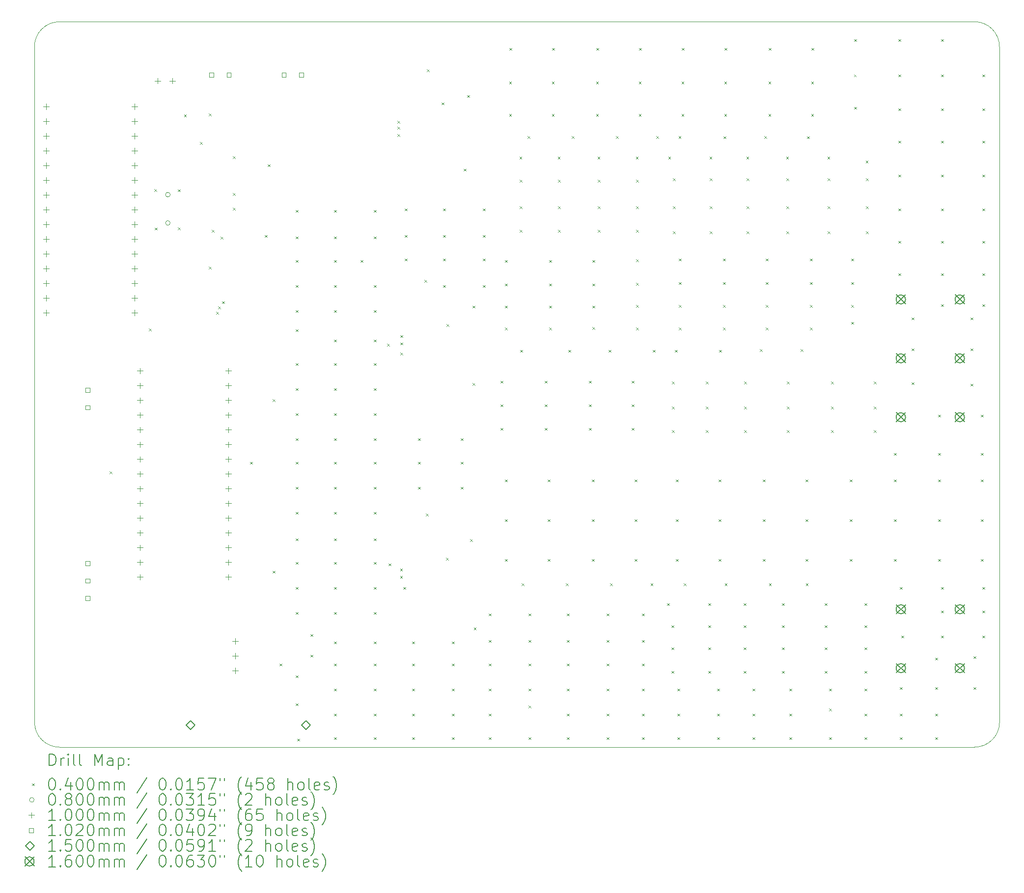
<source format=gbr>
%TF.GenerationSoftware,KiCad,Pcbnew,8.0.6*%
%TF.CreationDate,2025-02-10T15:47:37-08:00*%
%TF.ProjectId,Urban MC,55726261-6e20-44d4-932e-6b696361645f,rev?*%
%TF.SameCoordinates,Original*%
%TF.FileFunction,Drillmap*%
%TF.FilePolarity,Positive*%
%FSLAX45Y45*%
G04 Gerber Fmt 4.5, Leading zero omitted, Abs format (unit mm)*
G04 Created by KiCad (PCBNEW 8.0.6) date 2025-02-10 15:47:37*
%MOMM*%
%LPD*%
G01*
G04 APERTURE LIST*
%ADD10C,0.100000*%
%ADD11C,0.200000*%
%ADD12C,0.102000*%
%ADD13C,0.150000*%
%ADD14C,0.160000*%
G04 APERTURE END LIST*
D10*
X25908000Y-14935200D02*
X25906339Y-3287235D01*
X25474539Y-2855435D02*
G75*
G02*
X25906345Y-3287235I1J-431805D01*
G01*
X9269679Y-3288252D02*
X9271000Y-14935200D01*
X9702800Y-15367000D02*
G75*
G02*
X9271000Y-14935200I0J431800D01*
G01*
X25474539Y-2855435D02*
X9701479Y-2856452D01*
X9702800Y-15367000D02*
X25476200Y-15367000D01*
X9269679Y-3288252D02*
G75*
G02*
X9701479Y-2856449I431801J2D01*
G01*
X25908000Y-14935200D02*
G75*
G02*
X25476200Y-15367000I-431800J0D01*
G01*
D11*
D10*
X10566250Y-10609900D02*
X10606250Y-10649900D01*
X10606250Y-10609900D02*
X10566250Y-10649900D01*
X11244900Y-8146100D02*
X11284900Y-8186100D01*
X11284900Y-8146100D02*
X11244900Y-8186100D01*
X11335824Y-5744474D02*
X11375824Y-5784474D01*
X11375824Y-5744474D02*
X11335824Y-5784474D01*
X11341568Y-6407976D02*
X11381568Y-6447976D01*
X11381568Y-6407976D02*
X11341568Y-6447976D01*
X11740200Y-5745800D02*
X11780200Y-5785800D01*
X11780200Y-5745800D02*
X11740200Y-5785800D01*
X11740200Y-6402232D02*
X11780200Y-6442232D01*
X11780200Y-6402232D02*
X11740200Y-6442232D01*
X11848150Y-4456750D02*
X11888150Y-4496750D01*
X11888150Y-4456750D02*
X11848150Y-4496750D01*
X12121200Y-4929300D02*
X12161200Y-4969300D01*
X12161200Y-4929300D02*
X12121200Y-4969300D01*
X12273600Y-4437700D02*
X12313600Y-4477700D01*
X12313600Y-4437700D02*
X12273600Y-4477700D01*
X12273600Y-7079300D02*
X12313600Y-7119300D01*
X12313600Y-7079300D02*
X12273600Y-7119300D01*
X12324400Y-6444300D02*
X12364400Y-6484300D01*
X12364400Y-6444300D02*
X12324400Y-6484300D01*
X12402931Y-7856331D02*
X12442931Y-7896331D01*
X12442931Y-7856331D02*
X12402931Y-7896331D01*
X12439433Y-7763231D02*
X12479433Y-7803231D01*
X12479433Y-7763231D02*
X12439433Y-7803231D01*
X12478950Y-6560750D02*
X12518950Y-6600750D01*
X12518950Y-6560750D02*
X12478950Y-6600750D01*
X12502200Y-7676200D02*
X12542200Y-7716200D01*
X12542200Y-7676200D02*
X12502200Y-7716200D01*
X12692700Y-5174300D02*
X12732700Y-5214300D01*
X12732700Y-5174300D02*
X12692700Y-5214300D01*
X12692700Y-5809300D02*
X12732700Y-5849300D01*
X12732700Y-5809300D02*
X12692700Y-5849300D01*
X12692700Y-6063300D02*
X12732700Y-6103300D01*
X12732700Y-6063300D02*
X12692700Y-6103300D01*
X12984800Y-10444800D02*
X13024800Y-10484800D01*
X13024800Y-10444800D02*
X12984800Y-10484800D01*
X13238800Y-6533200D02*
X13278800Y-6573200D01*
X13278800Y-6533200D02*
X13238800Y-6573200D01*
X13289600Y-5314000D02*
X13329600Y-5354000D01*
X13329600Y-5314000D02*
X13289600Y-5354000D01*
X13378500Y-9365300D02*
X13418500Y-9405300D01*
X13418500Y-9365300D02*
X13378500Y-9405300D01*
X13378500Y-12324400D02*
X13418500Y-12364400D01*
X13418500Y-12324400D02*
X13378500Y-12364400D01*
X13492800Y-13924600D02*
X13532800Y-13964600D01*
X13532800Y-13924600D02*
X13492800Y-13964600D01*
X13772200Y-6101400D02*
X13812200Y-6141400D01*
X13812200Y-6101400D02*
X13772200Y-6141400D01*
X13772200Y-6558600D02*
X13812200Y-6598600D01*
X13812200Y-6558600D02*
X13772200Y-6598600D01*
X13772200Y-6965000D02*
X13812200Y-7005000D01*
X13812200Y-6965000D02*
X13772200Y-7005000D01*
X13772200Y-7396800D02*
X13812200Y-7436800D01*
X13812200Y-7396800D02*
X13772200Y-7436800D01*
X13772200Y-7828600D02*
X13812200Y-7868600D01*
X13812200Y-7828600D02*
X13772200Y-7868600D01*
X13772200Y-8158800D02*
X13812200Y-8198800D01*
X13812200Y-8158800D02*
X13772200Y-8198800D01*
X13772200Y-8743000D02*
X13812200Y-8783000D01*
X13812200Y-8743000D02*
X13772200Y-8783000D01*
X13772200Y-9174800D02*
X13812200Y-9214800D01*
X13812200Y-9174800D02*
X13772200Y-9214800D01*
X13772200Y-9606600D02*
X13812200Y-9646600D01*
X13812200Y-9606600D02*
X13772200Y-9646600D01*
X13772200Y-10038400D02*
X13812200Y-10078400D01*
X13812200Y-10038400D02*
X13772200Y-10078400D01*
X13772200Y-10444800D02*
X13812200Y-10484800D01*
X13812200Y-10444800D02*
X13772200Y-10484800D01*
X13772200Y-10876600D02*
X13812200Y-10916600D01*
X13812200Y-10876600D02*
X13772200Y-10916600D01*
X13772200Y-11308400D02*
X13812200Y-11348400D01*
X13812200Y-11308400D02*
X13772200Y-11348400D01*
X13772200Y-11765600D02*
X13812200Y-11805600D01*
X13812200Y-11765600D02*
X13772200Y-11805600D01*
X13772200Y-12172000D02*
X13812200Y-12212000D01*
X13812200Y-12172000D02*
X13772200Y-12212000D01*
X13772200Y-12603800D02*
X13812200Y-12643800D01*
X13812200Y-12603800D02*
X13772200Y-12643800D01*
X13772200Y-13035600D02*
X13812200Y-13075600D01*
X13812200Y-13035600D02*
X13772200Y-13075600D01*
X13772200Y-14127800D02*
X13812200Y-14167800D01*
X13812200Y-14127800D02*
X13772200Y-14167800D01*
X13772200Y-14610400D02*
X13812200Y-14650400D01*
X13812200Y-14610400D02*
X13772200Y-14650400D01*
X13797600Y-15220000D02*
X13837600Y-15260000D01*
X13837600Y-15220000D02*
X13797600Y-15260000D01*
X14026200Y-13416600D02*
X14066200Y-13456600D01*
X14066200Y-13416600D02*
X14026200Y-13456600D01*
X14026200Y-13772200D02*
X14066200Y-13812200D01*
X14066200Y-13772200D02*
X14026200Y-13812200D01*
X14432600Y-6101400D02*
X14472600Y-6141400D01*
X14472600Y-6101400D02*
X14432600Y-6141400D01*
X14432600Y-6558600D02*
X14472600Y-6598600D01*
X14472600Y-6558600D02*
X14432600Y-6598600D01*
X14432600Y-6965000D02*
X14472600Y-7005000D01*
X14472600Y-6965000D02*
X14432600Y-7005000D01*
X14432600Y-7396800D02*
X14472600Y-7436800D01*
X14472600Y-7396800D02*
X14432600Y-7436800D01*
X14432600Y-7828600D02*
X14472600Y-7868600D01*
X14472600Y-7828600D02*
X14432600Y-7868600D01*
X14432600Y-8336600D02*
X14472600Y-8376600D01*
X14472600Y-8336600D02*
X14432600Y-8376600D01*
X14432600Y-8743000D02*
X14472600Y-8783000D01*
X14472600Y-8743000D02*
X14432600Y-8783000D01*
X14432600Y-9174800D02*
X14472600Y-9214800D01*
X14472600Y-9174800D02*
X14432600Y-9214800D01*
X14432600Y-9606600D02*
X14472600Y-9646600D01*
X14472600Y-9606600D02*
X14432600Y-9646600D01*
X14432600Y-10038400D02*
X14472600Y-10078400D01*
X14472600Y-10038400D02*
X14432600Y-10078400D01*
X14432600Y-10444800D02*
X14472600Y-10484800D01*
X14472600Y-10444800D02*
X14432600Y-10484800D01*
X14432600Y-10876600D02*
X14472600Y-10916600D01*
X14472600Y-10876600D02*
X14432600Y-10916600D01*
X14432600Y-11308400D02*
X14472600Y-11348400D01*
X14472600Y-11308400D02*
X14432600Y-11348400D01*
X14432600Y-11765600D02*
X14472600Y-11805600D01*
X14472600Y-11765600D02*
X14432600Y-11805600D01*
X14432600Y-12172000D02*
X14472600Y-12212000D01*
X14472600Y-12172000D02*
X14432600Y-12212000D01*
X14432600Y-12603800D02*
X14472600Y-12643800D01*
X14472600Y-12603800D02*
X14432600Y-12643800D01*
X14432600Y-13035600D02*
X14472600Y-13075600D01*
X14472600Y-13035600D02*
X14432600Y-13075600D01*
X14432600Y-13543600D02*
X14472600Y-13583600D01*
X14472600Y-13543600D02*
X14432600Y-13583600D01*
X14432600Y-13924600D02*
X14472600Y-13964600D01*
X14472600Y-13924600D02*
X14432600Y-13964600D01*
X14432600Y-14356400D02*
X14472600Y-14396400D01*
X14472600Y-14356400D02*
X14432600Y-14396400D01*
X14432600Y-14788200D02*
X14472600Y-14828200D01*
X14472600Y-14788200D02*
X14432600Y-14828200D01*
X14432600Y-15194600D02*
X14472600Y-15234600D01*
X14472600Y-15194600D02*
X14432600Y-15234600D01*
X14889800Y-6965000D02*
X14929800Y-7005000D01*
X14929800Y-6965000D02*
X14889800Y-7005000D01*
X15118400Y-6101400D02*
X15158400Y-6141400D01*
X15158400Y-6101400D02*
X15118400Y-6141400D01*
X15118400Y-6558600D02*
X15158400Y-6598600D01*
X15158400Y-6558600D02*
X15118400Y-6598600D01*
X15118400Y-7396800D02*
X15158400Y-7436800D01*
X15158400Y-7396800D02*
X15118400Y-7436800D01*
X15118400Y-7828600D02*
X15158400Y-7868600D01*
X15158400Y-7828600D02*
X15118400Y-7868600D01*
X15118400Y-8336600D02*
X15158400Y-8376600D01*
X15158400Y-8336600D02*
X15118400Y-8376600D01*
X15118400Y-8743000D02*
X15158400Y-8783000D01*
X15158400Y-8743000D02*
X15118400Y-8783000D01*
X15118400Y-9174800D02*
X15158400Y-9214800D01*
X15158400Y-9174800D02*
X15118400Y-9214800D01*
X15118400Y-9606600D02*
X15158400Y-9646600D01*
X15158400Y-9606600D02*
X15118400Y-9646600D01*
X15118400Y-10038400D02*
X15158400Y-10078400D01*
X15158400Y-10038400D02*
X15118400Y-10078400D01*
X15118400Y-10444800D02*
X15158400Y-10484800D01*
X15158400Y-10444800D02*
X15118400Y-10484800D01*
X15118400Y-10876600D02*
X15158400Y-10916600D01*
X15158400Y-10876600D02*
X15118400Y-10916600D01*
X15118400Y-11308400D02*
X15158400Y-11348400D01*
X15158400Y-11308400D02*
X15118400Y-11348400D01*
X15118400Y-11765600D02*
X15158400Y-11805600D01*
X15158400Y-11765600D02*
X15118400Y-11805600D01*
X15118400Y-12172000D02*
X15158400Y-12212000D01*
X15158400Y-12172000D02*
X15118400Y-12212000D01*
X15118400Y-12603800D02*
X15158400Y-12643800D01*
X15158400Y-12603800D02*
X15118400Y-12643800D01*
X15118400Y-13035600D02*
X15158400Y-13075600D01*
X15158400Y-13035600D02*
X15118400Y-13075600D01*
X15118400Y-13543600D02*
X15158400Y-13583600D01*
X15158400Y-13543600D02*
X15118400Y-13583600D01*
X15118400Y-13924600D02*
X15158400Y-13964600D01*
X15158400Y-13924600D02*
X15118400Y-13964600D01*
X15118400Y-14356400D02*
X15158400Y-14396400D01*
X15158400Y-14356400D02*
X15118400Y-14396400D01*
X15118400Y-14788200D02*
X15158400Y-14828200D01*
X15158400Y-14788200D02*
X15118400Y-14828200D01*
X15118400Y-15194600D02*
X15158400Y-15234600D01*
X15158400Y-15194600D02*
X15118400Y-15234600D01*
X15347000Y-8411800D02*
X15387000Y-8451800D01*
X15387000Y-8411800D02*
X15347000Y-8451800D01*
X15372400Y-12197400D02*
X15412400Y-12237400D01*
X15412400Y-12197400D02*
X15372400Y-12237400D01*
X15524800Y-4564700D02*
X15564800Y-4604700D01*
X15564800Y-4564700D02*
X15524800Y-4604700D01*
X15524800Y-4666300D02*
X15564800Y-4706300D01*
X15564800Y-4666300D02*
X15524800Y-4706300D01*
X15525800Y-4793300D02*
X15565800Y-4833300D01*
X15565800Y-4793300D02*
X15525800Y-4833300D01*
X15573764Y-12288897D02*
X15613764Y-12328897D01*
X15613764Y-12288897D02*
X15573764Y-12328897D01*
X15573764Y-12415897D02*
X15613764Y-12455897D01*
X15613764Y-12415897D02*
X15573764Y-12455897D01*
X15575600Y-8260400D02*
X15615600Y-8300400D01*
X15615600Y-8260400D02*
X15575600Y-8300400D01*
X15575600Y-8387400D02*
X15615600Y-8427400D01*
X15615600Y-8387400D02*
X15575600Y-8427400D01*
X15575600Y-8564200D02*
X15615600Y-8604200D01*
X15615600Y-8564200D02*
X15575600Y-8604200D01*
X15626400Y-12603800D02*
X15666400Y-12643800D01*
X15666400Y-12603800D02*
X15626400Y-12643800D01*
X15651800Y-6076000D02*
X15691800Y-6116000D01*
X15691800Y-6076000D02*
X15651800Y-6116000D01*
X15651800Y-6533200D02*
X15691800Y-6573200D01*
X15691800Y-6533200D02*
X15651800Y-6573200D01*
X15651800Y-6939600D02*
X15691800Y-6979600D01*
X15691800Y-6939600D02*
X15651800Y-6979600D01*
X15778800Y-13543600D02*
X15818800Y-13583600D01*
X15818800Y-13543600D02*
X15778800Y-13583600D01*
X15778800Y-13924600D02*
X15818800Y-13964600D01*
X15818800Y-13924600D02*
X15778800Y-13964600D01*
X15778800Y-14356400D02*
X15818800Y-14396400D01*
X15818800Y-14356400D02*
X15778800Y-14396400D01*
X15778800Y-14788200D02*
X15818800Y-14828200D01*
X15818800Y-14788200D02*
X15778800Y-14828200D01*
X15778800Y-15194600D02*
X15818800Y-15234600D01*
X15818800Y-15194600D02*
X15778800Y-15234600D01*
X15880400Y-10038400D02*
X15920400Y-10078400D01*
X15920400Y-10038400D02*
X15880400Y-10078400D01*
X15880400Y-10444800D02*
X15920400Y-10484800D01*
X15920400Y-10444800D02*
X15880400Y-10484800D01*
X15880400Y-10876600D02*
X15920400Y-10916600D01*
X15920400Y-10876600D02*
X15880400Y-10916600D01*
X15994700Y-7307900D02*
X16034700Y-7347900D01*
X16034700Y-7307900D02*
X15994700Y-7347900D01*
X16018264Y-11336397D02*
X16058264Y-11376397D01*
X16058264Y-11336397D02*
X16018264Y-11376397D01*
X16032800Y-3676700D02*
X16072800Y-3716700D01*
X16072800Y-3676700D02*
X16032800Y-3716700D01*
X16286800Y-4248200D02*
X16326800Y-4288200D01*
X16326800Y-4248200D02*
X16286800Y-4288200D01*
X16312200Y-6076000D02*
X16352200Y-6116000D01*
X16352200Y-6076000D02*
X16312200Y-6116000D01*
X16312200Y-6533200D02*
X16352200Y-6573200D01*
X16352200Y-6533200D02*
X16312200Y-6573200D01*
X16312200Y-6939600D02*
X16352200Y-6979600D01*
X16352200Y-6939600D02*
X16312200Y-6979600D01*
X16312200Y-7396800D02*
X16352200Y-7436800D01*
X16352200Y-7396800D02*
X16312200Y-7436800D01*
X16362264Y-12098397D02*
X16402264Y-12138397D01*
X16402264Y-12098397D02*
X16362264Y-12138397D01*
X16375700Y-8069900D02*
X16415700Y-8109900D01*
X16415700Y-8069900D02*
X16375700Y-8109900D01*
X16464600Y-13543600D02*
X16504600Y-13583600D01*
X16504600Y-13543600D02*
X16464600Y-13583600D01*
X16464600Y-13924600D02*
X16504600Y-13964600D01*
X16504600Y-13924600D02*
X16464600Y-13964600D01*
X16464600Y-14356400D02*
X16504600Y-14396400D01*
X16504600Y-14356400D02*
X16464600Y-14396400D01*
X16464600Y-14788200D02*
X16504600Y-14828200D01*
X16504600Y-14788200D02*
X16464600Y-14828200D01*
X16464600Y-15194600D02*
X16504600Y-15234600D01*
X16504600Y-15194600D02*
X16464600Y-15234600D01*
X16617000Y-10038400D02*
X16657000Y-10078400D01*
X16657000Y-10038400D02*
X16617000Y-10078400D01*
X16617000Y-10444800D02*
X16657000Y-10484800D01*
X16657000Y-10444800D02*
X16617000Y-10484800D01*
X16617000Y-10876600D02*
X16657000Y-10916600D01*
X16657000Y-10876600D02*
X16617000Y-10916600D01*
X16667800Y-5390200D02*
X16707800Y-5430200D01*
X16707800Y-5390200D02*
X16667800Y-5430200D01*
X16731300Y-4120200D02*
X16771300Y-4160200D01*
X16771300Y-4120200D02*
X16731300Y-4160200D01*
X16780264Y-11780897D02*
X16820264Y-11820897D01*
X16820264Y-11780897D02*
X16780264Y-11820897D01*
X16820200Y-7752400D02*
X16860200Y-7792400D01*
X16860200Y-7752400D02*
X16820200Y-7792400D01*
X16820200Y-9085900D02*
X16860200Y-9125900D01*
X16860200Y-9085900D02*
X16820200Y-9125900D01*
X16843764Y-13304897D02*
X16883764Y-13344897D01*
X16883764Y-13304897D02*
X16843764Y-13344897D01*
X16998000Y-6076000D02*
X17038000Y-6116000D01*
X17038000Y-6076000D02*
X16998000Y-6116000D01*
X16998000Y-6533200D02*
X17038000Y-6573200D01*
X17038000Y-6533200D02*
X16998000Y-6573200D01*
X16998000Y-6939600D02*
X17038000Y-6979600D01*
X17038000Y-6939600D02*
X16998000Y-6979600D01*
X16998000Y-7396800D02*
X17038000Y-7436800D01*
X17038000Y-7396800D02*
X16998000Y-7436800D01*
X17099600Y-13061000D02*
X17139600Y-13101000D01*
X17139600Y-13061000D02*
X17099600Y-13101000D01*
X17099600Y-13518200D02*
X17139600Y-13558200D01*
X17139600Y-13518200D02*
X17099600Y-13558200D01*
X17099600Y-13924600D02*
X17139600Y-13964600D01*
X17139600Y-13924600D02*
X17099600Y-13964600D01*
X17099600Y-14356400D02*
X17139600Y-14396400D01*
X17139600Y-14356400D02*
X17099600Y-14396400D01*
X17099600Y-14788200D02*
X17139600Y-14828200D01*
X17139600Y-14788200D02*
X17099600Y-14828200D01*
X17099600Y-15194600D02*
X17139600Y-15234600D01*
X17139600Y-15194600D02*
X17099600Y-15234600D01*
X17302800Y-9047800D02*
X17342800Y-9087800D01*
X17342800Y-9047800D02*
X17302800Y-9087800D01*
X17302800Y-9454200D02*
X17342800Y-9494200D01*
X17342800Y-9454200D02*
X17302800Y-9494200D01*
X17302800Y-9860600D02*
X17342800Y-9900600D01*
X17342800Y-9860600D02*
X17302800Y-9900600D01*
X17379000Y-6965000D02*
X17419000Y-7005000D01*
X17419000Y-6965000D02*
X17379000Y-7005000D01*
X17379000Y-7371400D02*
X17419000Y-7411400D01*
X17419000Y-7371400D02*
X17379000Y-7411400D01*
X17379000Y-7752400D02*
X17419000Y-7792400D01*
X17419000Y-7752400D02*
X17379000Y-7792400D01*
X17379000Y-8132400D02*
X17419000Y-8172400D01*
X17419000Y-8132400D02*
X17379000Y-8172400D01*
X17379000Y-10749600D02*
X17419000Y-10789600D01*
X17419000Y-10749600D02*
X17379000Y-10789600D01*
X17379000Y-11435400D02*
X17419000Y-11475400D01*
X17419000Y-11435400D02*
X17379000Y-11475400D01*
X17379000Y-12121200D02*
X17419000Y-12161200D01*
X17419000Y-12121200D02*
X17379000Y-12161200D01*
X17451952Y-3887547D02*
X17491952Y-3927547D01*
X17491952Y-3887547D02*
X17451952Y-3927547D01*
X17451952Y-4446347D02*
X17491952Y-4486347D01*
X17491952Y-4446347D02*
X17451952Y-4486347D01*
X17455200Y-3307400D02*
X17495200Y-3347400D01*
X17495200Y-3307400D02*
X17455200Y-3347400D01*
X17629752Y-5182947D02*
X17669752Y-5222947D01*
X17669752Y-5182947D02*
X17629752Y-5222947D01*
X17633000Y-5580700D02*
X17673000Y-5620700D01*
X17673000Y-5580700D02*
X17633000Y-5620700D01*
X17633000Y-6037900D02*
X17673000Y-6077900D01*
X17673000Y-6037900D02*
X17633000Y-6077900D01*
X17633000Y-6444300D02*
X17673000Y-6484300D01*
X17673000Y-6444300D02*
X17633000Y-6484300D01*
X17645700Y-8514400D02*
X17685700Y-8554400D01*
X17685700Y-8514400D02*
X17645700Y-8554400D01*
X17669264Y-12542897D02*
X17709264Y-12582897D01*
X17709264Y-12542897D02*
X17669264Y-12582897D01*
X17768452Y-4827347D02*
X17808452Y-4867347D01*
X17808452Y-4827347D02*
X17768452Y-4867347D01*
X17785400Y-13061000D02*
X17825400Y-13101000D01*
X17825400Y-13061000D02*
X17785400Y-13101000D01*
X17785400Y-13518200D02*
X17825400Y-13558200D01*
X17825400Y-13518200D02*
X17785400Y-13558200D01*
X17785400Y-13924600D02*
X17825400Y-13964600D01*
X17825400Y-13924600D02*
X17785400Y-13964600D01*
X17785400Y-14356400D02*
X17825400Y-14396400D01*
X17825400Y-14356400D02*
X17785400Y-14396400D01*
X17785400Y-14648500D02*
X17825400Y-14688500D01*
X17825400Y-14648500D02*
X17785400Y-14688500D01*
X17785400Y-15194600D02*
X17825400Y-15234600D01*
X17825400Y-15194600D02*
X17785400Y-15234600D01*
X18064800Y-9047800D02*
X18104800Y-9087800D01*
X18104800Y-9047800D02*
X18064800Y-9087800D01*
X18064800Y-9454200D02*
X18104800Y-9494200D01*
X18104800Y-9454200D02*
X18064800Y-9494200D01*
X18064800Y-9860600D02*
X18104800Y-9900600D01*
X18104800Y-9860600D02*
X18064800Y-9900600D01*
X18115600Y-10749600D02*
X18155600Y-10789600D01*
X18155600Y-10749600D02*
X18115600Y-10789600D01*
X18115600Y-11435400D02*
X18155600Y-11475400D01*
X18155600Y-11435400D02*
X18115600Y-11475400D01*
X18115600Y-12121200D02*
X18155600Y-12161200D01*
X18155600Y-12121200D02*
X18115600Y-12161200D01*
X18141000Y-6965000D02*
X18181000Y-7005000D01*
X18181000Y-6965000D02*
X18141000Y-7005000D01*
X18141000Y-7371400D02*
X18181000Y-7411400D01*
X18181000Y-7371400D02*
X18141000Y-7411400D01*
X18141000Y-7752400D02*
X18181000Y-7792400D01*
X18181000Y-7752400D02*
X18141000Y-7792400D01*
X18141000Y-8132400D02*
X18181000Y-8172400D01*
X18181000Y-8132400D02*
X18141000Y-8172400D01*
X18188552Y-3887547D02*
X18228552Y-3927547D01*
X18228552Y-3887547D02*
X18188552Y-3927547D01*
X18188552Y-4446347D02*
X18228552Y-4486347D01*
X18228552Y-4446347D02*
X18188552Y-4486347D01*
X18191800Y-3307400D02*
X18231800Y-3347400D01*
X18231800Y-3307400D02*
X18191800Y-3347400D01*
X18290152Y-5182947D02*
X18330152Y-5222947D01*
X18330152Y-5182947D02*
X18290152Y-5222947D01*
X18293400Y-5580700D02*
X18333400Y-5620700D01*
X18333400Y-5580700D02*
X18293400Y-5620700D01*
X18293400Y-6037900D02*
X18333400Y-6077900D01*
X18333400Y-6037900D02*
X18293400Y-6077900D01*
X18293400Y-6444300D02*
X18333400Y-6484300D01*
X18333400Y-6444300D02*
X18293400Y-6484300D01*
X18431264Y-12542897D02*
X18471264Y-12582897D01*
X18471264Y-12542897D02*
X18431264Y-12582897D01*
X18445800Y-13061000D02*
X18485800Y-13101000D01*
X18485800Y-13061000D02*
X18445800Y-13101000D01*
X18445800Y-13518200D02*
X18485800Y-13558200D01*
X18485800Y-13518200D02*
X18445800Y-13558200D01*
X18445800Y-13924600D02*
X18485800Y-13964600D01*
X18485800Y-13924600D02*
X18445800Y-13964600D01*
X18445800Y-14356400D02*
X18485800Y-14396400D01*
X18485800Y-14356400D02*
X18445800Y-14396400D01*
X18445800Y-14788200D02*
X18485800Y-14828200D01*
X18485800Y-14788200D02*
X18445800Y-14828200D01*
X18445800Y-15194600D02*
X18485800Y-15234600D01*
X18485800Y-15194600D02*
X18445800Y-15234600D01*
X18471200Y-8514400D02*
X18511200Y-8554400D01*
X18511200Y-8514400D02*
X18471200Y-8554400D01*
X18530452Y-4827347D02*
X18570452Y-4867347D01*
X18570452Y-4827347D02*
X18530452Y-4867347D01*
X18826800Y-9047800D02*
X18866800Y-9087800D01*
X18866800Y-9047800D02*
X18826800Y-9087800D01*
X18826800Y-9454200D02*
X18866800Y-9494200D01*
X18866800Y-9454200D02*
X18826800Y-9494200D01*
X18826800Y-9860600D02*
X18866800Y-9900600D01*
X18866800Y-9860600D02*
X18826800Y-9900600D01*
X18877600Y-10749600D02*
X18917600Y-10789600D01*
X18917600Y-10749600D02*
X18877600Y-10789600D01*
X18877600Y-11435400D02*
X18917600Y-11475400D01*
X18917600Y-11435400D02*
X18877600Y-11475400D01*
X18877600Y-12121200D02*
X18917600Y-12161200D01*
X18917600Y-12121200D02*
X18877600Y-12161200D01*
X18890300Y-6965000D02*
X18930300Y-7005000D01*
X18930300Y-6965000D02*
X18890300Y-7005000D01*
X18890300Y-7371400D02*
X18930300Y-7411400D01*
X18930300Y-7371400D02*
X18890300Y-7411400D01*
X18890300Y-7752400D02*
X18930300Y-7792400D01*
X18930300Y-7752400D02*
X18890300Y-7792400D01*
X18890300Y-8120700D02*
X18930300Y-8160700D01*
X18930300Y-8120700D02*
X18890300Y-8160700D01*
X18950552Y-3887547D02*
X18990552Y-3927547D01*
X18990552Y-3887547D02*
X18950552Y-3927547D01*
X18950552Y-4446347D02*
X18990552Y-4486347D01*
X18990552Y-4446347D02*
X18950552Y-4486347D01*
X18953800Y-3307400D02*
X18993800Y-3347400D01*
X18993800Y-3307400D02*
X18953800Y-3347400D01*
X18975952Y-5182947D02*
X19015952Y-5222947D01*
X19015952Y-5182947D02*
X18975952Y-5222947D01*
X18979200Y-5580700D02*
X19019200Y-5620700D01*
X19019200Y-5580700D02*
X18979200Y-5620700D01*
X18979200Y-6037900D02*
X19019200Y-6077900D01*
X19019200Y-6037900D02*
X18979200Y-6077900D01*
X18979200Y-6444300D02*
X19019200Y-6484300D01*
X19019200Y-6444300D02*
X18979200Y-6484300D01*
X19131600Y-13061000D02*
X19171600Y-13101000D01*
X19171600Y-13061000D02*
X19131600Y-13101000D01*
X19131600Y-13518200D02*
X19171600Y-13558200D01*
X19171600Y-13518200D02*
X19131600Y-13558200D01*
X19131600Y-13924600D02*
X19171600Y-13964600D01*
X19171600Y-13924600D02*
X19131600Y-13964600D01*
X19131600Y-14356400D02*
X19171600Y-14396400D01*
X19171600Y-14356400D02*
X19131600Y-14396400D01*
X19131600Y-14788200D02*
X19171600Y-14828200D01*
X19171600Y-14788200D02*
X19131600Y-14828200D01*
X19131600Y-15194600D02*
X19171600Y-15234600D01*
X19171600Y-15194600D02*
X19131600Y-15234600D01*
X19169700Y-8514400D02*
X19209700Y-8554400D01*
X19209700Y-8514400D02*
X19169700Y-8554400D01*
X19193264Y-12542897D02*
X19233264Y-12582897D01*
X19233264Y-12542897D02*
X19193264Y-12582897D01*
X19292452Y-4827347D02*
X19332452Y-4867347D01*
X19332452Y-4827347D02*
X19292452Y-4867347D01*
X19563400Y-9047800D02*
X19603400Y-9087800D01*
X19603400Y-9047800D02*
X19563400Y-9087800D01*
X19563400Y-9454200D02*
X19603400Y-9494200D01*
X19603400Y-9454200D02*
X19563400Y-9494200D01*
X19563400Y-9860600D02*
X19603400Y-9900600D01*
X19603400Y-9860600D02*
X19563400Y-9900600D01*
X19614200Y-10749600D02*
X19654200Y-10789600D01*
X19654200Y-10749600D02*
X19614200Y-10789600D01*
X19614200Y-11435400D02*
X19654200Y-11475400D01*
X19654200Y-11435400D02*
X19614200Y-11475400D01*
X19614200Y-12121200D02*
X19654200Y-12161200D01*
X19654200Y-12121200D02*
X19614200Y-12161200D01*
X19636352Y-5182947D02*
X19676352Y-5222947D01*
X19676352Y-5182947D02*
X19636352Y-5222947D01*
X19639600Y-5580700D02*
X19679600Y-5620700D01*
X19679600Y-5580700D02*
X19639600Y-5620700D01*
X19639600Y-6037900D02*
X19679600Y-6077900D01*
X19679600Y-6037900D02*
X19639600Y-6077900D01*
X19639600Y-6444300D02*
X19679600Y-6484300D01*
X19679600Y-6444300D02*
X19639600Y-6484300D01*
X19639600Y-6952300D02*
X19679600Y-6992300D01*
X19679600Y-6952300D02*
X19639600Y-6992300D01*
X19639600Y-7358700D02*
X19679600Y-7398700D01*
X19679600Y-7358700D02*
X19639600Y-7398700D01*
X19639600Y-7739700D02*
X19679600Y-7779700D01*
X19679600Y-7739700D02*
X19639600Y-7779700D01*
X19639600Y-8132400D02*
X19679600Y-8172400D01*
X19679600Y-8132400D02*
X19639600Y-8172400D01*
X19687152Y-3887547D02*
X19727152Y-3927547D01*
X19727152Y-3887547D02*
X19687152Y-3927547D01*
X19687152Y-4446347D02*
X19727152Y-4486347D01*
X19727152Y-4446347D02*
X19687152Y-4486347D01*
X19690400Y-3307400D02*
X19730400Y-3347400D01*
X19730400Y-3307400D02*
X19690400Y-3347400D01*
X19741200Y-13061000D02*
X19781200Y-13101000D01*
X19781200Y-13061000D02*
X19741200Y-13101000D01*
X19741200Y-13518200D02*
X19781200Y-13558200D01*
X19781200Y-13518200D02*
X19741200Y-13558200D01*
X19741200Y-13924600D02*
X19781200Y-13964600D01*
X19781200Y-13924600D02*
X19741200Y-13964600D01*
X19741200Y-14356400D02*
X19781200Y-14396400D01*
X19781200Y-14356400D02*
X19741200Y-14396400D01*
X19741200Y-14788200D02*
X19781200Y-14828200D01*
X19781200Y-14788200D02*
X19741200Y-14828200D01*
X19741200Y-15194600D02*
X19781200Y-15234600D01*
X19781200Y-15194600D02*
X19741200Y-15234600D01*
X19891764Y-12542897D02*
X19931764Y-12582897D01*
X19931764Y-12542897D02*
X19891764Y-12582897D01*
X19931700Y-8514400D02*
X19971700Y-8554400D01*
X19971700Y-8514400D02*
X19931700Y-8554400D01*
X19990952Y-4827347D02*
X20030952Y-4867347D01*
X20030952Y-4827347D02*
X19990952Y-4867347D01*
X20173000Y-12883200D02*
X20213000Y-12923200D01*
X20213000Y-12883200D02*
X20173000Y-12923200D01*
X20195152Y-5182947D02*
X20235152Y-5222947D01*
X20235152Y-5182947D02*
X20195152Y-5222947D01*
X20249200Y-13264200D02*
X20289200Y-13304200D01*
X20289200Y-13264200D02*
X20249200Y-13304200D01*
X20249200Y-13645200D02*
X20289200Y-13685200D01*
X20289200Y-13645200D02*
X20249200Y-13685200D01*
X20249200Y-14051600D02*
X20289200Y-14091600D01*
X20289200Y-14051600D02*
X20249200Y-14091600D01*
X20261900Y-9060500D02*
X20301900Y-9100500D01*
X20301900Y-9060500D02*
X20261900Y-9100500D01*
X20261900Y-9492300D02*
X20301900Y-9532300D01*
X20301900Y-9492300D02*
X20261900Y-9532300D01*
X20261900Y-9898700D02*
X20301900Y-9938700D01*
X20301900Y-9898700D02*
X20261900Y-9938700D01*
X20274600Y-5555300D02*
X20314600Y-5595300D01*
X20314600Y-5555300D02*
X20274600Y-5595300D01*
X20274600Y-6037900D02*
X20314600Y-6077900D01*
X20314600Y-6037900D02*
X20274600Y-6077900D01*
X20274600Y-6469700D02*
X20314600Y-6509700D01*
X20314600Y-6469700D02*
X20274600Y-6509700D01*
X20312700Y-8514400D02*
X20352700Y-8554400D01*
X20352700Y-8514400D02*
X20312700Y-8554400D01*
X20325400Y-10749600D02*
X20365400Y-10789600D01*
X20365400Y-10749600D02*
X20325400Y-10789600D01*
X20325400Y-11435400D02*
X20365400Y-11475400D01*
X20365400Y-11435400D02*
X20325400Y-11475400D01*
X20325400Y-12121200D02*
X20365400Y-12161200D01*
X20365400Y-12121200D02*
X20325400Y-12161200D01*
X20350800Y-14356400D02*
X20390800Y-14396400D01*
X20390800Y-14356400D02*
X20350800Y-14396400D01*
X20350800Y-14788200D02*
X20390800Y-14828200D01*
X20390800Y-14788200D02*
X20350800Y-14828200D01*
X20350800Y-15194600D02*
X20390800Y-15234600D01*
X20390800Y-15194600D02*
X20350800Y-15234600D01*
X20374173Y-4829373D02*
X20414173Y-4869373D01*
X20414173Y-4829373D02*
X20374173Y-4869373D01*
X20376200Y-6939600D02*
X20416200Y-6979600D01*
X20416200Y-6939600D02*
X20376200Y-6979600D01*
X20376200Y-7346000D02*
X20416200Y-7386000D01*
X20416200Y-7346000D02*
X20376200Y-7386000D01*
X20376200Y-7739700D02*
X20416200Y-7779700D01*
X20416200Y-7739700D02*
X20376200Y-7779700D01*
X20376200Y-8132400D02*
X20416200Y-8172400D01*
X20416200Y-8132400D02*
X20376200Y-8172400D01*
X20423752Y-3887547D02*
X20463752Y-3927547D01*
X20463752Y-3887547D02*
X20423752Y-3927547D01*
X20423752Y-4446347D02*
X20463752Y-4486347D01*
X20463752Y-4446347D02*
X20423752Y-4486347D01*
X20427000Y-3307400D02*
X20467000Y-3347400D01*
X20467000Y-3307400D02*
X20427000Y-3347400D01*
X20465100Y-12540300D02*
X20505100Y-12580300D01*
X20505100Y-12540300D02*
X20465100Y-12580300D01*
X20846100Y-9060500D02*
X20886100Y-9100500D01*
X20886100Y-9060500D02*
X20846100Y-9100500D01*
X20846100Y-9492300D02*
X20886100Y-9532300D01*
X20886100Y-9492300D02*
X20846100Y-9532300D01*
X20846100Y-9898700D02*
X20886100Y-9938700D01*
X20886100Y-9898700D02*
X20846100Y-9938700D01*
X20884200Y-12883200D02*
X20924200Y-12923200D01*
X20924200Y-12883200D02*
X20884200Y-12923200D01*
X20884200Y-13264200D02*
X20924200Y-13304200D01*
X20924200Y-13264200D02*
X20884200Y-13304200D01*
X20884200Y-13645200D02*
X20924200Y-13685200D01*
X20924200Y-13645200D02*
X20884200Y-13685200D01*
X20884200Y-14051600D02*
X20924200Y-14091600D01*
X20924200Y-14051600D02*
X20884200Y-14091600D01*
X20906352Y-5182947D02*
X20946352Y-5222947D01*
X20946352Y-5182947D02*
X20906352Y-5222947D01*
X20909600Y-5555300D02*
X20949600Y-5595300D01*
X20949600Y-5555300D02*
X20909600Y-5595300D01*
X20909600Y-6037900D02*
X20949600Y-6077900D01*
X20949600Y-6037900D02*
X20909600Y-6077900D01*
X20909600Y-6469700D02*
X20949600Y-6509700D01*
X20949600Y-6469700D02*
X20909600Y-6509700D01*
X21036600Y-14356400D02*
X21076600Y-14396400D01*
X21076600Y-14356400D02*
X21036600Y-14396400D01*
X21036600Y-14788200D02*
X21076600Y-14828200D01*
X21076600Y-14788200D02*
X21036600Y-14828200D01*
X21036600Y-15194600D02*
X21076600Y-15234600D01*
X21076600Y-15194600D02*
X21036600Y-15234600D01*
X21062000Y-10749600D02*
X21102000Y-10789600D01*
X21102000Y-10749600D02*
X21062000Y-10789600D01*
X21062000Y-11435400D02*
X21102000Y-11475400D01*
X21102000Y-11435400D02*
X21062000Y-11475400D01*
X21062000Y-12121200D02*
X21102000Y-12161200D01*
X21102000Y-12121200D02*
X21062000Y-12161200D01*
X21074700Y-8514400D02*
X21114700Y-8554400D01*
X21114700Y-8514400D02*
X21074700Y-8554400D01*
X21138200Y-6939600D02*
X21178200Y-6979600D01*
X21178200Y-6939600D02*
X21138200Y-6979600D01*
X21138200Y-7346000D02*
X21178200Y-7386000D01*
X21178200Y-7346000D02*
X21138200Y-7386000D01*
X21138200Y-7739700D02*
X21178200Y-7779700D01*
X21178200Y-7739700D02*
X21138200Y-7779700D01*
X21138200Y-8132400D02*
X21178200Y-8172400D01*
X21178200Y-8132400D02*
X21138200Y-8172400D01*
X21150900Y-4831400D02*
X21190900Y-4871400D01*
X21190900Y-4831400D02*
X21150900Y-4871400D01*
X21160352Y-3887547D02*
X21200352Y-3927547D01*
X21200352Y-3887547D02*
X21160352Y-3927547D01*
X21160352Y-4446347D02*
X21200352Y-4486347D01*
X21200352Y-4446347D02*
X21160352Y-4486347D01*
X21163600Y-3307400D02*
X21203600Y-3347400D01*
X21203600Y-3307400D02*
X21163600Y-3347400D01*
X21170512Y-12542897D02*
X21210512Y-12582897D01*
X21210512Y-12542897D02*
X21170512Y-12582897D01*
X21493800Y-12883200D02*
X21533800Y-12923200D01*
X21533800Y-12883200D02*
X21493800Y-12923200D01*
X21493800Y-13264200D02*
X21533800Y-13304200D01*
X21533800Y-13264200D02*
X21493800Y-13304200D01*
X21493800Y-13645200D02*
X21533800Y-13685200D01*
X21533800Y-13645200D02*
X21493800Y-13685200D01*
X21493800Y-14051600D02*
X21533800Y-14091600D01*
X21533800Y-14051600D02*
X21493800Y-14091600D01*
X21506500Y-9060500D02*
X21546500Y-9100500D01*
X21546500Y-9060500D02*
X21506500Y-9100500D01*
X21506500Y-9492300D02*
X21546500Y-9532300D01*
X21546500Y-9492300D02*
X21506500Y-9532300D01*
X21506500Y-9898700D02*
X21546500Y-9938700D01*
X21546500Y-9898700D02*
X21506500Y-9938700D01*
X21541352Y-5182947D02*
X21581352Y-5222947D01*
X21581352Y-5182947D02*
X21541352Y-5222947D01*
X21544600Y-5555300D02*
X21584600Y-5595300D01*
X21584600Y-5555300D02*
X21544600Y-5595300D01*
X21544600Y-6037900D02*
X21584600Y-6077900D01*
X21584600Y-6037900D02*
X21544600Y-6077900D01*
X21544600Y-6469700D02*
X21584600Y-6509700D01*
X21584600Y-6469700D02*
X21544600Y-6509700D01*
X21646200Y-14356400D02*
X21686200Y-14396400D01*
X21686200Y-14356400D02*
X21646200Y-14396400D01*
X21646200Y-14788200D02*
X21686200Y-14828200D01*
X21686200Y-14788200D02*
X21646200Y-14828200D01*
X21646200Y-15194600D02*
X21686200Y-15234600D01*
X21686200Y-15194600D02*
X21646200Y-15234600D01*
X21777148Y-8501732D02*
X21817148Y-8541732D01*
X21817148Y-8501732D02*
X21777148Y-8541732D01*
X21824000Y-10749600D02*
X21864000Y-10789600D01*
X21864000Y-10749600D02*
X21824000Y-10789600D01*
X21824000Y-11435400D02*
X21864000Y-11475400D01*
X21864000Y-11435400D02*
X21824000Y-11475400D01*
X21824000Y-12121200D02*
X21864000Y-12161200D01*
X21864000Y-12121200D02*
X21824000Y-12161200D01*
X21849400Y-4827347D02*
X21889400Y-4867347D01*
X21889400Y-4827347D02*
X21849400Y-4867347D01*
X21874800Y-6939600D02*
X21914800Y-6979600D01*
X21914800Y-6939600D02*
X21874800Y-6979600D01*
X21874800Y-7346000D02*
X21914800Y-7386000D01*
X21914800Y-7346000D02*
X21874800Y-7386000D01*
X21874800Y-7739700D02*
X21914800Y-7779700D01*
X21914800Y-7739700D02*
X21874800Y-7779700D01*
X21874800Y-8132400D02*
X21914800Y-8172400D01*
X21914800Y-8132400D02*
X21874800Y-8172400D01*
X21922352Y-3887547D02*
X21962352Y-3927547D01*
X21962352Y-3887547D02*
X21922352Y-3927547D01*
X21922352Y-4446347D02*
X21962352Y-4486347D01*
X21962352Y-4446347D02*
X21922352Y-4486347D01*
X21925600Y-3307400D02*
X21965600Y-3347400D01*
X21965600Y-3307400D02*
X21925600Y-3347400D01*
X21932512Y-12542897D02*
X21972512Y-12582897D01*
X21972512Y-12542897D02*
X21932512Y-12582897D01*
X22154200Y-12883200D02*
X22194200Y-12923200D01*
X22194200Y-12883200D02*
X22154200Y-12923200D01*
X22154200Y-13264200D02*
X22194200Y-13304200D01*
X22194200Y-13264200D02*
X22154200Y-13304200D01*
X22154200Y-13645200D02*
X22194200Y-13685200D01*
X22194200Y-13645200D02*
X22154200Y-13685200D01*
X22154200Y-14051600D02*
X22194200Y-14091600D01*
X22194200Y-14051600D02*
X22154200Y-14091600D01*
X22227152Y-5182947D02*
X22267152Y-5222947D01*
X22267152Y-5182947D02*
X22227152Y-5222947D01*
X22230400Y-5555300D02*
X22270400Y-5595300D01*
X22270400Y-5555300D02*
X22230400Y-5595300D01*
X22230400Y-6037900D02*
X22270400Y-6077900D01*
X22270400Y-6037900D02*
X22230400Y-6077900D01*
X22230400Y-6469700D02*
X22270400Y-6509700D01*
X22270400Y-6469700D02*
X22230400Y-6509700D01*
X22243100Y-9060500D02*
X22283100Y-9100500D01*
X22283100Y-9060500D02*
X22243100Y-9100500D01*
X22243100Y-9492300D02*
X22283100Y-9532300D01*
X22283100Y-9492300D02*
X22243100Y-9532300D01*
X22243100Y-9898700D02*
X22283100Y-9938700D01*
X22283100Y-9898700D02*
X22243100Y-9938700D01*
X22281200Y-14356400D02*
X22321200Y-14396400D01*
X22321200Y-14356400D02*
X22281200Y-14396400D01*
X22281200Y-14788200D02*
X22321200Y-14828200D01*
X22321200Y-14788200D02*
X22281200Y-14828200D01*
X22281200Y-15194600D02*
X22321200Y-15234600D01*
X22321200Y-15194600D02*
X22281200Y-15234600D01*
X22475648Y-8501732D02*
X22515648Y-8541732D01*
X22515648Y-8501732D02*
X22475648Y-8541732D01*
X22560600Y-10749600D02*
X22600600Y-10789600D01*
X22600600Y-10749600D02*
X22560600Y-10789600D01*
X22560600Y-11435400D02*
X22600600Y-11475400D01*
X22600600Y-11435400D02*
X22560600Y-11475400D01*
X22560600Y-12121200D02*
X22600600Y-12161200D01*
X22600600Y-12121200D02*
X22560600Y-12161200D01*
X22567512Y-12542897D02*
X22607512Y-12582897D01*
X22607512Y-12542897D02*
X22567512Y-12582897D01*
X22586000Y-4831400D02*
X22626000Y-4871400D01*
X22626000Y-4831400D02*
X22586000Y-4871400D01*
X22636800Y-6939600D02*
X22676800Y-6979600D01*
X22676800Y-6939600D02*
X22636800Y-6979600D01*
X22636800Y-7346000D02*
X22676800Y-7386000D01*
X22676800Y-7346000D02*
X22636800Y-7386000D01*
X22636800Y-7739700D02*
X22676800Y-7779700D01*
X22676800Y-7739700D02*
X22636800Y-7779700D01*
X22636800Y-8132400D02*
X22676800Y-8172400D01*
X22676800Y-8132400D02*
X22636800Y-8172400D01*
X22658952Y-3887547D02*
X22698952Y-3927547D01*
X22698952Y-3887547D02*
X22658952Y-3927547D01*
X22658952Y-4446347D02*
X22698952Y-4486347D01*
X22698952Y-4446347D02*
X22658952Y-4486347D01*
X22662200Y-3307400D02*
X22702200Y-3347400D01*
X22702200Y-3307400D02*
X22662200Y-3347400D01*
X22890800Y-12883200D02*
X22930800Y-12923200D01*
X22930800Y-12883200D02*
X22890800Y-12923200D01*
X22890800Y-13264200D02*
X22930800Y-13304200D01*
X22930800Y-13264200D02*
X22890800Y-13304200D01*
X22890800Y-13645200D02*
X22930800Y-13685200D01*
X22930800Y-13645200D02*
X22890800Y-13685200D01*
X22890800Y-14051600D02*
X22930800Y-14091600D01*
X22930800Y-14051600D02*
X22890800Y-14091600D01*
X22938352Y-5182947D02*
X22978352Y-5222947D01*
X22978352Y-5182947D02*
X22938352Y-5222947D01*
X22941600Y-5555300D02*
X22981600Y-5595300D01*
X22981600Y-5555300D02*
X22941600Y-5595300D01*
X22941600Y-6037900D02*
X22981600Y-6077900D01*
X22981600Y-6037900D02*
X22941600Y-6077900D01*
X22941600Y-6469700D02*
X22981600Y-6509700D01*
X22981600Y-6469700D02*
X22941600Y-6509700D01*
X22967000Y-14356400D02*
X23007000Y-14396400D01*
X23007000Y-14356400D02*
X22967000Y-14396400D01*
X22967000Y-14699300D02*
X23007000Y-14739300D01*
X23007000Y-14699300D02*
X22967000Y-14739300D01*
X22967000Y-15194600D02*
X23007000Y-15234600D01*
X23007000Y-15194600D02*
X22967000Y-15234600D01*
X23005100Y-9060500D02*
X23045100Y-9100500D01*
X23045100Y-9060500D02*
X23005100Y-9100500D01*
X23005100Y-9492300D02*
X23045100Y-9532300D01*
X23045100Y-9492300D02*
X23005100Y-9532300D01*
X23005100Y-9898700D02*
X23045100Y-9938700D01*
X23045100Y-9898700D02*
X23005100Y-9938700D01*
X23322600Y-10749600D02*
X23362600Y-10789600D01*
X23362600Y-10749600D02*
X23322600Y-10789600D01*
X23322600Y-11435400D02*
X23362600Y-11475400D01*
X23362600Y-11435400D02*
X23322600Y-11475400D01*
X23322600Y-12121200D02*
X23362600Y-12161200D01*
X23362600Y-12121200D02*
X23322600Y-12161200D01*
X23348000Y-6939600D02*
X23388000Y-6979600D01*
X23388000Y-6939600D02*
X23348000Y-6979600D01*
X23348000Y-7346000D02*
X23388000Y-7386000D01*
X23388000Y-7346000D02*
X23348000Y-7386000D01*
X23348000Y-7739700D02*
X23388000Y-7779700D01*
X23388000Y-7739700D02*
X23348000Y-7779700D01*
X23348000Y-8031800D02*
X23388000Y-8071800D01*
X23388000Y-8031800D02*
X23348000Y-8071800D01*
X23395552Y-3764600D02*
X23435552Y-3804600D01*
X23435552Y-3764600D02*
X23395552Y-3804600D01*
X23398800Y-3155000D02*
X23438800Y-3195000D01*
X23438800Y-3155000D02*
X23398800Y-3195000D01*
X23398800Y-4323400D02*
X23438800Y-4363400D01*
X23438800Y-4323400D02*
X23398800Y-4363400D01*
X23576600Y-12883200D02*
X23616600Y-12923200D01*
X23616600Y-12883200D02*
X23576600Y-12923200D01*
X23576600Y-13264200D02*
X23616600Y-13304200D01*
X23616600Y-13264200D02*
X23576600Y-13304200D01*
X23576600Y-13645200D02*
X23616600Y-13685200D01*
X23616600Y-13645200D02*
X23576600Y-13685200D01*
X23576600Y-14051600D02*
X23616600Y-14091600D01*
X23616600Y-14051600D02*
X23576600Y-14091600D01*
X23576600Y-14356400D02*
X23616600Y-14396400D01*
X23616600Y-14356400D02*
X23576600Y-14396400D01*
X23576600Y-14788200D02*
X23616600Y-14828200D01*
X23616600Y-14788200D02*
X23576600Y-14828200D01*
X23576600Y-15194600D02*
X23616600Y-15234600D01*
X23616600Y-15194600D02*
X23576600Y-15234600D01*
X23598752Y-5250500D02*
X23638752Y-5290500D01*
X23638752Y-5250500D02*
X23598752Y-5290500D01*
X23602000Y-5555300D02*
X23642000Y-5595300D01*
X23642000Y-5555300D02*
X23602000Y-5595300D01*
X23602000Y-6037900D02*
X23642000Y-6077900D01*
X23642000Y-6037900D02*
X23602000Y-6077900D01*
X23602000Y-6469700D02*
X23642000Y-6509700D01*
X23642000Y-6469700D02*
X23602000Y-6509700D01*
X23741700Y-9060500D02*
X23781700Y-9100500D01*
X23781700Y-9060500D02*
X23741700Y-9100500D01*
X23741700Y-9492300D02*
X23781700Y-9532300D01*
X23781700Y-9492300D02*
X23741700Y-9532300D01*
X23741700Y-9898700D02*
X23781700Y-9938700D01*
X23781700Y-9898700D02*
X23741700Y-9938700D01*
X24084600Y-10292400D02*
X24124600Y-10332400D01*
X24124600Y-10292400D02*
X24084600Y-10332400D01*
X24084600Y-10749600D02*
X24124600Y-10789600D01*
X24124600Y-10749600D02*
X24084600Y-10789600D01*
X24084600Y-11435400D02*
X24124600Y-11475400D01*
X24124600Y-11435400D02*
X24084600Y-11475400D01*
X24084600Y-12121200D02*
X24124600Y-12161200D01*
X24124600Y-12121200D02*
X24084600Y-12161200D01*
X24160800Y-3155000D02*
X24200800Y-3195000D01*
X24200800Y-3155000D02*
X24160800Y-3195000D01*
X24160800Y-3764600D02*
X24200800Y-3804600D01*
X24200800Y-3764600D02*
X24160800Y-3804600D01*
X24160800Y-4348800D02*
X24200800Y-4388800D01*
X24200800Y-4348800D02*
X24160800Y-4388800D01*
X24160800Y-4907600D02*
X24200800Y-4947600D01*
X24200800Y-4907600D02*
X24160800Y-4947600D01*
X24160800Y-5491800D02*
X24200800Y-5531800D01*
X24200800Y-5491800D02*
X24160800Y-5531800D01*
X24160800Y-6076000D02*
X24200800Y-6116000D01*
X24200800Y-6076000D02*
X24160800Y-6116000D01*
X24160800Y-6634800D02*
X24200800Y-6674800D01*
X24200800Y-6634800D02*
X24160800Y-6674800D01*
X24160800Y-7193600D02*
X24200800Y-7233600D01*
X24200800Y-7193600D02*
X24160800Y-7233600D01*
X24186200Y-12603800D02*
X24226200Y-12643800D01*
X24226200Y-12603800D02*
X24186200Y-12643800D01*
X24186200Y-14331000D02*
X24226200Y-14371000D01*
X24226200Y-14331000D02*
X24186200Y-14371000D01*
X24186200Y-14788200D02*
X24226200Y-14828200D01*
X24226200Y-14788200D02*
X24186200Y-14828200D01*
X24186200Y-15194600D02*
X24226200Y-15234600D01*
X24226200Y-15194600D02*
X24186200Y-15234600D01*
X24211600Y-13442000D02*
X24251600Y-13482000D01*
X24251600Y-13442000D02*
X24211600Y-13482000D01*
X24389400Y-7955600D02*
X24429400Y-7995600D01*
X24429400Y-7955600D02*
X24389400Y-7995600D01*
X24389400Y-8489000D02*
X24429400Y-8529000D01*
X24429400Y-8489000D02*
X24389400Y-8529000D01*
X24389400Y-9073200D02*
X24429400Y-9113200D01*
X24429400Y-9073200D02*
X24389400Y-9113200D01*
X24795800Y-13823000D02*
X24835800Y-13863000D01*
X24835800Y-13823000D02*
X24795800Y-13863000D01*
X24795800Y-14331000D02*
X24835800Y-14371000D01*
X24835800Y-14331000D02*
X24795800Y-14371000D01*
X24795800Y-14788200D02*
X24835800Y-14828200D01*
X24835800Y-14788200D02*
X24795800Y-14828200D01*
X24795800Y-15194600D02*
X24835800Y-15234600D01*
X24835800Y-15194600D02*
X24795800Y-15234600D01*
X24846600Y-9632000D02*
X24886600Y-9672000D01*
X24886600Y-9632000D02*
X24846600Y-9672000D01*
X24846600Y-10292400D02*
X24886600Y-10332400D01*
X24886600Y-10292400D02*
X24846600Y-10332400D01*
X24846600Y-10749600D02*
X24886600Y-10789600D01*
X24886600Y-10749600D02*
X24846600Y-10789600D01*
X24846600Y-11435400D02*
X24886600Y-11475400D01*
X24886600Y-11435400D02*
X24846600Y-11475400D01*
X24846600Y-12121200D02*
X24886600Y-12161200D01*
X24886600Y-12121200D02*
X24846600Y-12161200D01*
X24897400Y-3155000D02*
X24937400Y-3195000D01*
X24937400Y-3155000D02*
X24897400Y-3195000D01*
X24897400Y-3764600D02*
X24937400Y-3804600D01*
X24937400Y-3764600D02*
X24897400Y-3804600D01*
X24897400Y-4348800D02*
X24937400Y-4388800D01*
X24937400Y-4348800D02*
X24897400Y-4388800D01*
X24897400Y-4907600D02*
X24937400Y-4947600D01*
X24937400Y-4907600D02*
X24897400Y-4947600D01*
X24897400Y-5491800D02*
X24937400Y-5531800D01*
X24937400Y-5491800D02*
X24897400Y-5531800D01*
X24897400Y-6076000D02*
X24937400Y-6116000D01*
X24937400Y-6076000D02*
X24897400Y-6116000D01*
X24897400Y-6634800D02*
X24937400Y-6674800D01*
X24937400Y-6634800D02*
X24897400Y-6674800D01*
X24897400Y-7193600D02*
X24937400Y-7233600D01*
X24937400Y-7193600D02*
X24897400Y-7233600D01*
X24897400Y-7727000D02*
X24937400Y-7767000D01*
X24937400Y-7727000D02*
X24897400Y-7767000D01*
X24897400Y-12603800D02*
X24937400Y-12643800D01*
X24937400Y-12603800D02*
X24897400Y-12643800D01*
X24897400Y-13010200D02*
X24937400Y-13050200D01*
X24937400Y-13010200D02*
X24897400Y-13050200D01*
X24897400Y-13442000D02*
X24937400Y-13482000D01*
X24937400Y-13442000D02*
X24897400Y-13482000D01*
X25405400Y-7955600D02*
X25445400Y-7995600D01*
X25445400Y-7955600D02*
X25405400Y-7995600D01*
X25405400Y-8489000D02*
X25445400Y-8529000D01*
X25445400Y-8489000D02*
X25405400Y-8529000D01*
X25405400Y-9098600D02*
X25445400Y-9138600D01*
X25445400Y-9098600D02*
X25405400Y-9138600D01*
X25456200Y-13797600D02*
X25496200Y-13837600D01*
X25496200Y-13797600D02*
X25456200Y-13837600D01*
X25456200Y-14331000D02*
X25496200Y-14371000D01*
X25496200Y-14331000D02*
X25456200Y-14371000D01*
X25583200Y-9632000D02*
X25623200Y-9672000D01*
X25623200Y-9632000D02*
X25583200Y-9672000D01*
X25583200Y-10292400D02*
X25623200Y-10332400D01*
X25623200Y-10292400D02*
X25583200Y-10332400D01*
X25583200Y-10749600D02*
X25623200Y-10789600D01*
X25623200Y-10749600D02*
X25583200Y-10789600D01*
X25583200Y-11435400D02*
X25623200Y-11475400D01*
X25623200Y-11435400D02*
X25583200Y-11475400D01*
X25583200Y-12121200D02*
X25623200Y-12161200D01*
X25623200Y-12121200D02*
X25583200Y-12161200D01*
X25608600Y-3764600D02*
X25648600Y-3804600D01*
X25648600Y-3764600D02*
X25608600Y-3804600D01*
X25608600Y-4348800D02*
X25648600Y-4388800D01*
X25648600Y-4348800D02*
X25608600Y-4388800D01*
X25608600Y-4907600D02*
X25648600Y-4947600D01*
X25648600Y-4907600D02*
X25608600Y-4947600D01*
X25608600Y-5491800D02*
X25648600Y-5531800D01*
X25648600Y-5491800D02*
X25608600Y-5531800D01*
X25608600Y-6076000D02*
X25648600Y-6116000D01*
X25648600Y-6076000D02*
X25608600Y-6116000D01*
X25608600Y-6634800D02*
X25648600Y-6674800D01*
X25648600Y-6634800D02*
X25608600Y-6674800D01*
X25608600Y-7193600D02*
X25648600Y-7233600D01*
X25648600Y-7193600D02*
X25608600Y-7233600D01*
X25608600Y-7727000D02*
X25648600Y-7767000D01*
X25648600Y-7727000D02*
X25608600Y-7767000D01*
X25608600Y-12603800D02*
X25648600Y-12643800D01*
X25648600Y-12603800D02*
X25608600Y-12643800D01*
X25608600Y-13010200D02*
X25648600Y-13050200D01*
X25648600Y-13010200D02*
X25608600Y-13050200D01*
X25608600Y-13442000D02*
X25648600Y-13482000D01*
X25648600Y-13442000D02*
X25608600Y-13482000D01*
X11609700Y-5838300D02*
G75*
G02*
X11529700Y-5838300I-40000J0D01*
G01*
X11529700Y-5838300D02*
G75*
G02*
X11609700Y-5838300I40000J0D01*
G01*
X11609700Y-6326300D02*
G75*
G02*
X11529700Y-6326300I-40000J0D01*
G01*
X11529700Y-6326300D02*
G75*
G02*
X11609700Y-6326300I40000J0D01*
G01*
X9474200Y-4268000D02*
X9474200Y-4368000D01*
X9424200Y-4318000D02*
X9524200Y-4318000D01*
X9474200Y-4522000D02*
X9474200Y-4622000D01*
X9424200Y-4572000D02*
X9524200Y-4572000D01*
X9474200Y-4776000D02*
X9474200Y-4876000D01*
X9424200Y-4826000D02*
X9524200Y-4826000D01*
X9474200Y-5030000D02*
X9474200Y-5130000D01*
X9424200Y-5080000D02*
X9524200Y-5080000D01*
X9474200Y-5284000D02*
X9474200Y-5384000D01*
X9424200Y-5334000D02*
X9524200Y-5334000D01*
X9474200Y-5538000D02*
X9474200Y-5638000D01*
X9424200Y-5588000D02*
X9524200Y-5588000D01*
X9474200Y-5792000D02*
X9474200Y-5892000D01*
X9424200Y-5842000D02*
X9524200Y-5842000D01*
X9474200Y-6046000D02*
X9474200Y-6146000D01*
X9424200Y-6096000D02*
X9524200Y-6096000D01*
X9474200Y-6300000D02*
X9474200Y-6400000D01*
X9424200Y-6350000D02*
X9524200Y-6350000D01*
X9474200Y-6554000D02*
X9474200Y-6654000D01*
X9424200Y-6604000D02*
X9524200Y-6604000D01*
X9474200Y-6808000D02*
X9474200Y-6908000D01*
X9424200Y-6858000D02*
X9524200Y-6858000D01*
X9474200Y-7062000D02*
X9474200Y-7162000D01*
X9424200Y-7112000D02*
X9524200Y-7112000D01*
X9474200Y-7316000D02*
X9474200Y-7416000D01*
X9424200Y-7366000D02*
X9524200Y-7366000D01*
X9474200Y-7570000D02*
X9474200Y-7670000D01*
X9424200Y-7620000D02*
X9524200Y-7620000D01*
X9474200Y-7824000D02*
X9474200Y-7924000D01*
X9424200Y-7874000D02*
X9524200Y-7874000D01*
X10998200Y-4268000D02*
X10998200Y-4368000D01*
X10948200Y-4318000D02*
X11048200Y-4318000D01*
X10998200Y-4522000D02*
X10998200Y-4622000D01*
X10948200Y-4572000D02*
X11048200Y-4572000D01*
X10998200Y-4776000D02*
X10998200Y-4876000D01*
X10948200Y-4826000D02*
X11048200Y-4826000D01*
X10998200Y-5030000D02*
X10998200Y-5130000D01*
X10948200Y-5080000D02*
X11048200Y-5080000D01*
X10998200Y-5284000D02*
X10998200Y-5384000D01*
X10948200Y-5334000D02*
X11048200Y-5334000D01*
X10998200Y-5538000D02*
X10998200Y-5638000D01*
X10948200Y-5588000D02*
X11048200Y-5588000D01*
X10998200Y-5792000D02*
X10998200Y-5892000D01*
X10948200Y-5842000D02*
X11048200Y-5842000D01*
X10998200Y-6046000D02*
X10998200Y-6146000D01*
X10948200Y-6096000D02*
X11048200Y-6096000D01*
X10998200Y-6300000D02*
X10998200Y-6400000D01*
X10948200Y-6350000D02*
X11048200Y-6350000D01*
X10998200Y-6554000D02*
X10998200Y-6654000D01*
X10948200Y-6604000D02*
X11048200Y-6604000D01*
X10998200Y-6808000D02*
X10998200Y-6908000D01*
X10948200Y-6858000D02*
X11048200Y-6858000D01*
X10998200Y-7062000D02*
X10998200Y-7162000D01*
X10948200Y-7112000D02*
X11048200Y-7112000D01*
X10998200Y-7316000D02*
X10998200Y-7416000D01*
X10948200Y-7366000D02*
X11048200Y-7366000D01*
X10998200Y-7570000D02*
X10998200Y-7670000D01*
X10948200Y-7620000D02*
X11048200Y-7620000D01*
X10998200Y-7824000D02*
X10998200Y-7924000D01*
X10948200Y-7874000D02*
X11048200Y-7874000D01*
X11087100Y-8827300D02*
X11087100Y-8927300D01*
X11037100Y-8877300D02*
X11137100Y-8877300D01*
X11087100Y-9081300D02*
X11087100Y-9181300D01*
X11037100Y-9131300D02*
X11137100Y-9131300D01*
X11087100Y-9335300D02*
X11087100Y-9435300D01*
X11037100Y-9385300D02*
X11137100Y-9385300D01*
X11087100Y-9589300D02*
X11087100Y-9689300D01*
X11037100Y-9639300D02*
X11137100Y-9639300D01*
X11087100Y-9843300D02*
X11087100Y-9943300D01*
X11037100Y-9893300D02*
X11137100Y-9893300D01*
X11087100Y-10097300D02*
X11087100Y-10197300D01*
X11037100Y-10147300D02*
X11137100Y-10147300D01*
X11087100Y-10351300D02*
X11087100Y-10451300D01*
X11037100Y-10401300D02*
X11137100Y-10401300D01*
X11087100Y-10605300D02*
X11087100Y-10705300D01*
X11037100Y-10655300D02*
X11137100Y-10655300D01*
X11087100Y-10859300D02*
X11087100Y-10959300D01*
X11037100Y-10909300D02*
X11137100Y-10909300D01*
X11087100Y-11113300D02*
X11087100Y-11213300D01*
X11037100Y-11163300D02*
X11137100Y-11163300D01*
X11087100Y-11367300D02*
X11087100Y-11467300D01*
X11037100Y-11417300D02*
X11137100Y-11417300D01*
X11087100Y-11621300D02*
X11087100Y-11721300D01*
X11037100Y-11671300D02*
X11137100Y-11671300D01*
X11087100Y-11875300D02*
X11087100Y-11975300D01*
X11037100Y-11925300D02*
X11137100Y-11925300D01*
X11087100Y-12129300D02*
X11087100Y-12229300D01*
X11037100Y-12179300D02*
X11137100Y-12179300D01*
X11087100Y-12383300D02*
X11087100Y-12483300D01*
X11037100Y-12433300D02*
X11137100Y-12433300D01*
X11391658Y-3825064D02*
X11391658Y-3925064D01*
X11341658Y-3875064D02*
X11441658Y-3875064D01*
X11645658Y-3825064D02*
X11645658Y-3925064D01*
X11595658Y-3875064D02*
X11695658Y-3875064D01*
X12611100Y-8827300D02*
X12611100Y-8927300D01*
X12561100Y-8877300D02*
X12661100Y-8877300D01*
X12611100Y-9081300D02*
X12611100Y-9181300D01*
X12561100Y-9131300D02*
X12661100Y-9131300D01*
X12611100Y-9335300D02*
X12611100Y-9435300D01*
X12561100Y-9385300D02*
X12661100Y-9385300D01*
X12611100Y-9589300D02*
X12611100Y-9689300D01*
X12561100Y-9639300D02*
X12661100Y-9639300D01*
X12611100Y-9843300D02*
X12611100Y-9943300D01*
X12561100Y-9893300D02*
X12661100Y-9893300D01*
X12611100Y-10097300D02*
X12611100Y-10197300D01*
X12561100Y-10147300D02*
X12661100Y-10147300D01*
X12611100Y-10351300D02*
X12611100Y-10451300D01*
X12561100Y-10401300D02*
X12661100Y-10401300D01*
X12611100Y-10605300D02*
X12611100Y-10705300D01*
X12561100Y-10655300D02*
X12661100Y-10655300D01*
X12611100Y-10859300D02*
X12611100Y-10959300D01*
X12561100Y-10909300D02*
X12661100Y-10909300D01*
X12611100Y-11113300D02*
X12611100Y-11213300D01*
X12561100Y-11163300D02*
X12661100Y-11163300D01*
X12611100Y-11367300D02*
X12611100Y-11467300D01*
X12561100Y-11417300D02*
X12661100Y-11417300D01*
X12611100Y-11621300D02*
X12611100Y-11721300D01*
X12561100Y-11671300D02*
X12661100Y-11671300D01*
X12611100Y-11875300D02*
X12611100Y-11975300D01*
X12561100Y-11925300D02*
X12661100Y-11925300D01*
X12611100Y-12129300D02*
X12611100Y-12229300D01*
X12561100Y-12179300D02*
X12661100Y-12179300D01*
X12611100Y-12383300D02*
X12611100Y-12483300D01*
X12561100Y-12433300D02*
X12661100Y-12433300D01*
X12729000Y-13487800D02*
X12729000Y-13587800D01*
X12679000Y-13537800D02*
X12779000Y-13537800D01*
X12729000Y-13741800D02*
X12729000Y-13841800D01*
X12679000Y-13791800D02*
X12779000Y-13791800D01*
X12729000Y-13995800D02*
X12729000Y-14095800D01*
X12679000Y-14045800D02*
X12779000Y-14045800D01*
D12*
X10221663Y-9245963D02*
X10221663Y-9173837D01*
X10149537Y-9173837D01*
X10149537Y-9245963D01*
X10221663Y-9245963D01*
X10221663Y-9545963D02*
X10221663Y-9473837D01*
X10149537Y-9473837D01*
X10149537Y-9545963D01*
X10221663Y-9545963D01*
X10221663Y-12232863D02*
X10221663Y-12160737D01*
X10149537Y-12160737D01*
X10149537Y-12232863D01*
X10221663Y-12232863D01*
X10221663Y-12532863D02*
X10221663Y-12460737D01*
X10149537Y-12460737D01*
X10149537Y-12532863D01*
X10221663Y-12532863D01*
X10221663Y-12832863D02*
X10221663Y-12760737D01*
X10149537Y-12760737D01*
X10149537Y-12832863D01*
X10221663Y-12832863D01*
X12357705Y-3808642D02*
X12357705Y-3736516D01*
X12285580Y-3736516D01*
X12285580Y-3808642D01*
X12357705Y-3808642D01*
X12657705Y-3808642D02*
X12657705Y-3736516D01*
X12585580Y-3736516D01*
X12585580Y-3808642D01*
X12657705Y-3808642D01*
X13607013Y-3809986D02*
X13607013Y-3737861D01*
X13534888Y-3737861D01*
X13534888Y-3809986D01*
X13607013Y-3809986D01*
X13907013Y-3809986D02*
X13907013Y-3737861D01*
X13834888Y-3737861D01*
X13834888Y-3809986D01*
X13907013Y-3809986D01*
D13*
X11959000Y-15061000D02*
X12034000Y-14986000D01*
X11959000Y-14911000D01*
X11884000Y-14986000D01*
X11959000Y-15061000D01*
X13949000Y-15061000D02*
X14024000Y-14986000D01*
X13949000Y-14911000D01*
X13874000Y-14986000D01*
X13949000Y-15061000D01*
D14*
X24126200Y-7565400D02*
X24286200Y-7725400D01*
X24286200Y-7565400D02*
X24126200Y-7725400D01*
X24286200Y-7645400D02*
G75*
G02*
X24126200Y-7645400I-80000J0D01*
G01*
X24126200Y-7645400D02*
G75*
G02*
X24286200Y-7645400I80000J0D01*
G01*
X24126200Y-8581400D02*
X24286200Y-8741400D01*
X24286200Y-8581400D02*
X24126200Y-8741400D01*
X24286200Y-8661400D02*
G75*
G02*
X24126200Y-8661400I-80000J0D01*
G01*
X24126200Y-8661400D02*
G75*
G02*
X24286200Y-8661400I80000J0D01*
G01*
X24126200Y-9597400D02*
X24286200Y-9757400D01*
X24286200Y-9597400D02*
X24126200Y-9757400D01*
X24286200Y-9677400D02*
G75*
G02*
X24126200Y-9677400I-80000J0D01*
G01*
X24126200Y-9677400D02*
G75*
G02*
X24286200Y-9677400I80000J0D01*
G01*
X24126200Y-12908750D02*
X24286200Y-13068750D01*
X24286200Y-12908750D02*
X24126200Y-13068750D01*
X24286200Y-12988750D02*
G75*
G02*
X24126200Y-12988750I-80000J0D01*
G01*
X24126200Y-12988750D02*
G75*
G02*
X24286200Y-12988750I80000J0D01*
G01*
X24126200Y-13924750D02*
X24286200Y-14084750D01*
X24286200Y-13924750D02*
X24126200Y-14084750D01*
X24286200Y-14004750D02*
G75*
G02*
X24126200Y-14004750I-80000J0D01*
G01*
X24126200Y-14004750D02*
G75*
G02*
X24286200Y-14004750I80000J0D01*
G01*
X25142200Y-7565400D02*
X25302200Y-7725400D01*
X25302200Y-7565400D02*
X25142200Y-7725400D01*
X25302200Y-7645400D02*
G75*
G02*
X25142200Y-7645400I-80000J0D01*
G01*
X25142200Y-7645400D02*
G75*
G02*
X25302200Y-7645400I80000J0D01*
G01*
X25142200Y-8581400D02*
X25302200Y-8741400D01*
X25302200Y-8581400D02*
X25142200Y-8741400D01*
X25302200Y-8661400D02*
G75*
G02*
X25142200Y-8661400I-80000J0D01*
G01*
X25142200Y-8661400D02*
G75*
G02*
X25302200Y-8661400I80000J0D01*
G01*
X25142200Y-9597400D02*
X25302200Y-9757400D01*
X25302200Y-9597400D02*
X25142200Y-9757400D01*
X25302200Y-9677400D02*
G75*
G02*
X25142200Y-9677400I-80000J0D01*
G01*
X25142200Y-9677400D02*
G75*
G02*
X25302200Y-9677400I80000J0D01*
G01*
X25142200Y-12908750D02*
X25302200Y-13068750D01*
X25302200Y-12908750D02*
X25142200Y-13068750D01*
X25302200Y-12988750D02*
G75*
G02*
X25142200Y-12988750I-80000J0D01*
G01*
X25142200Y-12988750D02*
G75*
G02*
X25302200Y-12988750I80000J0D01*
G01*
X25142200Y-13924750D02*
X25302200Y-14084750D01*
X25302200Y-13924750D02*
X25142200Y-14084750D01*
X25302200Y-14004750D02*
G75*
G02*
X25142200Y-14004750I-80000J0D01*
G01*
X25142200Y-14004750D02*
G75*
G02*
X25302200Y-14004750I80000J0D01*
G01*
D11*
X9525456Y-15683484D02*
X9525456Y-15483484D01*
X9525456Y-15483484D02*
X9573075Y-15483484D01*
X9573075Y-15483484D02*
X9601647Y-15493008D01*
X9601647Y-15493008D02*
X9620694Y-15512055D01*
X9620694Y-15512055D02*
X9630218Y-15531103D01*
X9630218Y-15531103D02*
X9639742Y-15569198D01*
X9639742Y-15569198D02*
X9639742Y-15597769D01*
X9639742Y-15597769D02*
X9630218Y-15635865D01*
X9630218Y-15635865D02*
X9620694Y-15654912D01*
X9620694Y-15654912D02*
X9601647Y-15673960D01*
X9601647Y-15673960D02*
X9573075Y-15683484D01*
X9573075Y-15683484D02*
X9525456Y-15683484D01*
X9725456Y-15683484D02*
X9725456Y-15550150D01*
X9725456Y-15588246D02*
X9734980Y-15569198D01*
X9734980Y-15569198D02*
X9744504Y-15559674D01*
X9744504Y-15559674D02*
X9763551Y-15550150D01*
X9763551Y-15550150D02*
X9782599Y-15550150D01*
X9849266Y-15683484D02*
X9849266Y-15550150D01*
X9849266Y-15483484D02*
X9839742Y-15493008D01*
X9839742Y-15493008D02*
X9849266Y-15502531D01*
X9849266Y-15502531D02*
X9858789Y-15493008D01*
X9858789Y-15493008D02*
X9849266Y-15483484D01*
X9849266Y-15483484D02*
X9849266Y-15502531D01*
X9973075Y-15683484D02*
X9954027Y-15673960D01*
X9954027Y-15673960D02*
X9944504Y-15654912D01*
X9944504Y-15654912D02*
X9944504Y-15483484D01*
X10077837Y-15683484D02*
X10058789Y-15673960D01*
X10058789Y-15673960D02*
X10049266Y-15654912D01*
X10049266Y-15654912D02*
X10049266Y-15483484D01*
X10306408Y-15683484D02*
X10306408Y-15483484D01*
X10306408Y-15483484D02*
X10373075Y-15626341D01*
X10373075Y-15626341D02*
X10439742Y-15483484D01*
X10439742Y-15483484D02*
X10439742Y-15683484D01*
X10620694Y-15683484D02*
X10620694Y-15578722D01*
X10620694Y-15578722D02*
X10611170Y-15559674D01*
X10611170Y-15559674D02*
X10592123Y-15550150D01*
X10592123Y-15550150D02*
X10554027Y-15550150D01*
X10554027Y-15550150D02*
X10534980Y-15559674D01*
X10620694Y-15673960D02*
X10601647Y-15683484D01*
X10601647Y-15683484D02*
X10554027Y-15683484D01*
X10554027Y-15683484D02*
X10534980Y-15673960D01*
X10534980Y-15673960D02*
X10525456Y-15654912D01*
X10525456Y-15654912D02*
X10525456Y-15635865D01*
X10525456Y-15635865D02*
X10534980Y-15616817D01*
X10534980Y-15616817D02*
X10554027Y-15607293D01*
X10554027Y-15607293D02*
X10601647Y-15607293D01*
X10601647Y-15607293D02*
X10620694Y-15597769D01*
X10715932Y-15550150D02*
X10715932Y-15750150D01*
X10715932Y-15559674D02*
X10734980Y-15550150D01*
X10734980Y-15550150D02*
X10773075Y-15550150D01*
X10773075Y-15550150D02*
X10792123Y-15559674D01*
X10792123Y-15559674D02*
X10801647Y-15569198D01*
X10801647Y-15569198D02*
X10811170Y-15588246D01*
X10811170Y-15588246D02*
X10811170Y-15645388D01*
X10811170Y-15645388D02*
X10801647Y-15664436D01*
X10801647Y-15664436D02*
X10792123Y-15673960D01*
X10792123Y-15673960D02*
X10773075Y-15683484D01*
X10773075Y-15683484D02*
X10734980Y-15683484D01*
X10734980Y-15683484D02*
X10715932Y-15673960D01*
X10896885Y-15664436D02*
X10906408Y-15673960D01*
X10906408Y-15673960D02*
X10896885Y-15683484D01*
X10896885Y-15683484D02*
X10887361Y-15673960D01*
X10887361Y-15673960D02*
X10896885Y-15664436D01*
X10896885Y-15664436D02*
X10896885Y-15683484D01*
X10896885Y-15559674D02*
X10906408Y-15569198D01*
X10906408Y-15569198D02*
X10896885Y-15578722D01*
X10896885Y-15578722D02*
X10887361Y-15569198D01*
X10887361Y-15569198D02*
X10896885Y-15559674D01*
X10896885Y-15559674D02*
X10896885Y-15578722D01*
D10*
X9224679Y-15992000D02*
X9264679Y-16032000D01*
X9264679Y-15992000D02*
X9224679Y-16032000D01*
D11*
X9563551Y-15903484D02*
X9582599Y-15903484D01*
X9582599Y-15903484D02*
X9601647Y-15913008D01*
X9601647Y-15913008D02*
X9611170Y-15922531D01*
X9611170Y-15922531D02*
X9620694Y-15941579D01*
X9620694Y-15941579D02*
X9630218Y-15979674D01*
X9630218Y-15979674D02*
X9630218Y-16027293D01*
X9630218Y-16027293D02*
X9620694Y-16065388D01*
X9620694Y-16065388D02*
X9611170Y-16084436D01*
X9611170Y-16084436D02*
X9601647Y-16093960D01*
X9601647Y-16093960D02*
X9582599Y-16103484D01*
X9582599Y-16103484D02*
X9563551Y-16103484D01*
X9563551Y-16103484D02*
X9544504Y-16093960D01*
X9544504Y-16093960D02*
X9534980Y-16084436D01*
X9534980Y-16084436D02*
X9525456Y-16065388D01*
X9525456Y-16065388D02*
X9515932Y-16027293D01*
X9515932Y-16027293D02*
X9515932Y-15979674D01*
X9515932Y-15979674D02*
X9525456Y-15941579D01*
X9525456Y-15941579D02*
X9534980Y-15922531D01*
X9534980Y-15922531D02*
X9544504Y-15913008D01*
X9544504Y-15913008D02*
X9563551Y-15903484D01*
X9715932Y-16084436D02*
X9725456Y-16093960D01*
X9725456Y-16093960D02*
X9715932Y-16103484D01*
X9715932Y-16103484D02*
X9706408Y-16093960D01*
X9706408Y-16093960D02*
X9715932Y-16084436D01*
X9715932Y-16084436D02*
X9715932Y-16103484D01*
X9896885Y-15970150D02*
X9896885Y-16103484D01*
X9849266Y-15893960D02*
X9801647Y-16036817D01*
X9801647Y-16036817D02*
X9925456Y-16036817D01*
X10039742Y-15903484D02*
X10058789Y-15903484D01*
X10058789Y-15903484D02*
X10077837Y-15913008D01*
X10077837Y-15913008D02*
X10087361Y-15922531D01*
X10087361Y-15922531D02*
X10096885Y-15941579D01*
X10096885Y-15941579D02*
X10106408Y-15979674D01*
X10106408Y-15979674D02*
X10106408Y-16027293D01*
X10106408Y-16027293D02*
X10096885Y-16065388D01*
X10096885Y-16065388D02*
X10087361Y-16084436D01*
X10087361Y-16084436D02*
X10077837Y-16093960D01*
X10077837Y-16093960D02*
X10058789Y-16103484D01*
X10058789Y-16103484D02*
X10039742Y-16103484D01*
X10039742Y-16103484D02*
X10020694Y-16093960D01*
X10020694Y-16093960D02*
X10011170Y-16084436D01*
X10011170Y-16084436D02*
X10001647Y-16065388D01*
X10001647Y-16065388D02*
X9992123Y-16027293D01*
X9992123Y-16027293D02*
X9992123Y-15979674D01*
X9992123Y-15979674D02*
X10001647Y-15941579D01*
X10001647Y-15941579D02*
X10011170Y-15922531D01*
X10011170Y-15922531D02*
X10020694Y-15913008D01*
X10020694Y-15913008D02*
X10039742Y-15903484D01*
X10230218Y-15903484D02*
X10249266Y-15903484D01*
X10249266Y-15903484D02*
X10268313Y-15913008D01*
X10268313Y-15913008D02*
X10277837Y-15922531D01*
X10277837Y-15922531D02*
X10287361Y-15941579D01*
X10287361Y-15941579D02*
X10296885Y-15979674D01*
X10296885Y-15979674D02*
X10296885Y-16027293D01*
X10296885Y-16027293D02*
X10287361Y-16065388D01*
X10287361Y-16065388D02*
X10277837Y-16084436D01*
X10277837Y-16084436D02*
X10268313Y-16093960D01*
X10268313Y-16093960D02*
X10249266Y-16103484D01*
X10249266Y-16103484D02*
X10230218Y-16103484D01*
X10230218Y-16103484D02*
X10211170Y-16093960D01*
X10211170Y-16093960D02*
X10201647Y-16084436D01*
X10201647Y-16084436D02*
X10192123Y-16065388D01*
X10192123Y-16065388D02*
X10182599Y-16027293D01*
X10182599Y-16027293D02*
X10182599Y-15979674D01*
X10182599Y-15979674D02*
X10192123Y-15941579D01*
X10192123Y-15941579D02*
X10201647Y-15922531D01*
X10201647Y-15922531D02*
X10211170Y-15913008D01*
X10211170Y-15913008D02*
X10230218Y-15903484D01*
X10382599Y-16103484D02*
X10382599Y-15970150D01*
X10382599Y-15989198D02*
X10392123Y-15979674D01*
X10392123Y-15979674D02*
X10411170Y-15970150D01*
X10411170Y-15970150D02*
X10439742Y-15970150D01*
X10439742Y-15970150D02*
X10458789Y-15979674D01*
X10458789Y-15979674D02*
X10468313Y-15998722D01*
X10468313Y-15998722D02*
X10468313Y-16103484D01*
X10468313Y-15998722D02*
X10477837Y-15979674D01*
X10477837Y-15979674D02*
X10496885Y-15970150D01*
X10496885Y-15970150D02*
X10525456Y-15970150D01*
X10525456Y-15970150D02*
X10544504Y-15979674D01*
X10544504Y-15979674D02*
X10554028Y-15998722D01*
X10554028Y-15998722D02*
X10554028Y-16103484D01*
X10649266Y-16103484D02*
X10649266Y-15970150D01*
X10649266Y-15989198D02*
X10658789Y-15979674D01*
X10658789Y-15979674D02*
X10677837Y-15970150D01*
X10677837Y-15970150D02*
X10706409Y-15970150D01*
X10706409Y-15970150D02*
X10725456Y-15979674D01*
X10725456Y-15979674D02*
X10734980Y-15998722D01*
X10734980Y-15998722D02*
X10734980Y-16103484D01*
X10734980Y-15998722D02*
X10744504Y-15979674D01*
X10744504Y-15979674D02*
X10763551Y-15970150D01*
X10763551Y-15970150D02*
X10792123Y-15970150D01*
X10792123Y-15970150D02*
X10811170Y-15979674D01*
X10811170Y-15979674D02*
X10820694Y-15998722D01*
X10820694Y-15998722D02*
X10820694Y-16103484D01*
X11211170Y-15893960D02*
X11039742Y-16151103D01*
X11468313Y-15903484D02*
X11487361Y-15903484D01*
X11487361Y-15903484D02*
X11506409Y-15913008D01*
X11506409Y-15913008D02*
X11515932Y-15922531D01*
X11515932Y-15922531D02*
X11525456Y-15941579D01*
X11525456Y-15941579D02*
X11534980Y-15979674D01*
X11534980Y-15979674D02*
X11534980Y-16027293D01*
X11534980Y-16027293D02*
X11525456Y-16065388D01*
X11525456Y-16065388D02*
X11515932Y-16084436D01*
X11515932Y-16084436D02*
X11506409Y-16093960D01*
X11506409Y-16093960D02*
X11487361Y-16103484D01*
X11487361Y-16103484D02*
X11468313Y-16103484D01*
X11468313Y-16103484D02*
X11449266Y-16093960D01*
X11449266Y-16093960D02*
X11439742Y-16084436D01*
X11439742Y-16084436D02*
X11430218Y-16065388D01*
X11430218Y-16065388D02*
X11420694Y-16027293D01*
X11420694Y-16027293D02*
X11420694Y-15979674D01*
X11420694Y-15979674D02*
X11430218Y-15941579D01*
X11430218Y-15941579D02*
X11439742Y-15922531D01*
X11439742Y-15922531D02*
X11449266Y-15913008D01*
X11449266Y-15913008D02*
X11468313Y-15903484D01*
X11620694Y-16084436D02*
X11630218Y-16093960D01*
X11630218Y-16093960D02*
X11620694Y-16103484D01*
X11620694Y-16103484D02*
X11611170Y-16093960D01*
X11611170Y-16093960D02*
X11620694Y-16084436D01*
X11620694Y-16084436D02*
X11620694Y-16103484D01*
X11754028Y-15903484D02*
X11773075Y-15903484D01*
X11773075Y-15903484D02*
X11792123Y-15913008D01*
X11792123Y-15913008D02*
X11801647Y-15922531D01*
X11801647Y-15922531D02*
X11811170Y-15941579D01*
X11811170Y-15941579D02*
X11820694Y-15979674D01*
X11820694Y-15979674D02*
X11820694Y-16027293D01*
X11820694Y-16027293D02*
X11811170Y-16065388D01*
X11811170Y-16065388D02*
X11801647Y-16084436D01*
X11801647Y-16084436D02*
X11792123Y-16093960D01*
X11792123Y-16093960D02*
X11773075Y-16103484D01*
X11773075Y-16103484D02*
X11754028Y-16103484D01*
X11754028Y-16103484D02*
X11734980Y-16093960D01*
X11734980Y-16093960D02*
X11725456Y-16084436D01*
X11725456Y-16084436D02*
X11715932Y-16065388D01*
X11715932Y-16065388D02*
X11706409Y-16027293D01*
X11706409Y-16027293D02*
X11706409Y-15979674D01*
X11706409Y-15979674D02*
X11715932Y-15941579D01*
X11715932Y-15941579D02*
X11725456Y-15922531D01*
X11725456Y-15922531D02*
X11734980Y-15913008D01*
X11734980Y-15913008D02*
X11754028Y-15903484D01*
X12011170Y-16103484D02*
X11896885Y-16103484D01*
X11954028Y-16103484D02*
X11954028Y-15903484D01*
X11954028Y-15903484D02*
X11934980Y-15932055D01*
X11934980Y-15932055D02*
X11915932Y-15951103D01*
X11915932Y-15951103D02*
X11896885Y-15960627D01*
X12192123Y-15903484D02*
X12096885Y-15903484D01*
X12096885Y-15903484D02*
X12087361Y-15998722D01*
X12087361Y-15998722D02*
X12096885Y-15989198D01*
X12096885Y-15989198D02*
X12115932Y-15979674D01*
X12115932Y-15979674D02*
X12163551Y-15979674D01*
X12163551Y-15979674D02*
X12182599Y-15989198D01*
X12182599Y-15989198D02*
X12192123Y-15998722D01*
X12192123Y-15998722D02*
X12201647Y-16017769D01*
X12201647Y-16017769D02*
X12201647Y-16065388D01*
X12201647Y-16065388D02*
X12192123Y-16084436D01*
X12192123Y-16084436D02*
X12182599Y-16093960D01*
X12182599Y-16093960D02*
X12163551Y-16103484D01*
X12163551Y-16103484D02*
X12115932Y-16103484D01*
X12115932Y-16103484D02*
X12096885Y-16093960D01*
X12096885Y-16093960D02*
X12087361Y-16084436D01*
X12268313Y-15903484D02*
X12401647Y-15903484D01*
X12401647Y-15903484D02*
X12315932Y-16103484D01*
X12468313Y-15903484D02*
X12468313Y-15941579D01*
X12544504Y-15903484D02*
X12544504Y-15941579D01*
X12839742Y-16179674D02*
X12830218Y-16170150D01*
X12830218Y-16170150D02*
X12811171Y-16141579D01*
X12811171Y-16141579D02*
X12801647Y-16122531D01*
X12801647Y-16122531D02*
X12792123Y-16093960D01*
X12792123Y-16093960D02*
X12782599Y-16046341D01*
X12782599Y-16046341D02*
X12782599Y-16008246D01*
X12782599Y-16008246D02*
X12792123Y-15960627D01*
X12792123Y-15960627D02*
X12801647Y-15932055D01*
X12801647Y-15932055D02*
X12811171Y-15913008D01*
X12811171Y-15913008D02*
X12830218Y-15884436D01*
X12830218Y-15884436D02*
X12839742Y-15874912D01*
X13001647Y-15970150D02*
X13001647Y-16103484D01*
X12954028Y-15893960D02*
X12906409Y-16036817D01*
X12906409Y-16036817D02*
X13030218Y-16036817D01*
X13201647Y-15903484D02*
X13106409Y-15903484D01*
X13106409Y-15903484D02*
X13096885Y-15998722D01*
X13096885Y-15998722D02*
X13106409Y-15989198D01*
X13106409Y-15989198D02*
X13125456Y-15979674D01*
X13125456Y-15979674D02*
X13173075Y-15979674D01*
X13173075Y-15979674D02*
X13192123Y-15989198D01*
X13192123Y-15989198D02*
X13201647Y-15998722D01*
X13201647Y-15998722D02*
X13211171Y-16017769D01*
X13211171Y-16017769D02*
X13211171Y-16065388D01*
X13211171Y-16065388D02*
X13201647Y-16084436D01*
X13201647Y-16084436D02*
X13192123Y-16093960D01*
X13192123Y-16093960D02*
X13173075Y-16103484D01*
X13173075Y-16103484D02*
X13125456Y-16103484D01*
X13125456Y-16103484D02*
X13106409Y-16093960D01*
X13106409Y-16093960D02*
X13096885Y-16084436D01*
X13325456Y-15989198D02*
X13306409Y-15979674D01*
X13306409Y-15979674D02*
X13296885Y-15970150D01*
X13296885Y-15970150D02*
X13287361Y-15951103D01*
X13287361Y-15951103D02*
X13287361Y-15941579D01*
X13287361Y-15941579D02*
X13296885Y-15922531D01*
X13296885Y-15922531D02*
X13306409Y-15913008D01*
X13306409Y-15913008D02*
X13325456Y-15903484D01*
X13325456Y-15903484D02*
X13363552Y-15903484D01*
X13363552Y-15903484D02*
X13382599Y-15913008D01*
X13382599Y-15913008D02*
X13392123Y-15922531D01*
X13392123Y-15922531D02*
X13401647Y-15941579D01*
X13401647Y-15941579D02*
X13401647Y-15951103D01*
X13401647Y-15951103D02*
X13392123Y-15970150D01*
X13392123Y-15970150D02*
X13382599Y-15979674D01*
X13382599Y-15979674D02*
X13363552Y-15989198D01*
X13363552Y-15989198D02*
X13325456Y-15989198D01*
X13325456Y-15989198D02*
X13306409Y-15998722D01*
X13306409Y-15998722D02*
X13296885Y-16008246D01*
X13296885Y-16008246D02*
X13287361Y-16027293D01*
X13287361Y-16027293D02*
X13287361Y-16065388D01*
X13287361Y-16065388D02*
X13296885Y-16084436D01*
X13296885Y-16084436D02*
X13306409Y-16093960D01*
X13306409Y-16093960D02*
X13325456Y-16103484D01*
X13325456Y-16103484D02*
X13363552Y-16103484D01*
X13363552Y-16103484D02*
X13382599Y-16093960D01*
X13382599Y-16093960D02*
X13392123Y-16084436D01*
X13392123Y-16084436D02*
X13401647Y-16065388D01*
X13401647Y-16065388D02*
X13401647Y-16027293D01*
X13401647Y-16027293D02*
X13392123Y-16008246D01*
X13392123Y-16008246D02*
X13382599Y-15998722D01*
X13382599Y-15998722D02*
X13363552Y-15989198D01*
X13639742Y-16103484D02*
X13639742Y-15903484D01*
X13725456Y-16103484D02*
X13725456Y-15998722D01*
X13725456Y-15998722D02*
X13715933Y-15979674D01*
X13715933Y-15979674D02*
X13696885Y-15970150D01*
X13696885Y-15970150D02*
X13668313Y-15970150D01*
X13668313Y-15970150D02*
X13649266Y-15979674D01*
X13649266Y-15979674D02*
X13639742Y-15989198D01*
X13849266Y-16103484D02*
X13830218Y-16093960D01*
X13830218Y-16093960D02*
X13820694Y-16084436D01*
X13820694Y-16084436D02*
X13811171Y-16065388D01*
X13811171Y-16065388D02*
X13811171Y-16008246D01*
X13811171Y-16008246D02*
X13820694Y-15989198D01*
X13820694Y-15989198D02*
X13830218Y-15979674D01*
X13830218Y-15979674D02*
X13849266Y-15970150D01*
X13849266Y-15970150D02*
X13877837Y-15970150D01*
X13877837Y-15970150D02*
X13896885Y-15979674D01*
X13896885Y-15979674D02*
X13906409Y-15989198D01*
X13906409Y-15989198D02*
X13915933Y-16008246D01*
X13915933Y-16008246D02*
X13915933Y-16065388D01*
X13915933Y-16065388D02*
X13906409Y-16084436D01*
X13906409Y-16084436D02*
X13896885Y-16093960D01*
X13896885Y-16093960D02*
X13877837Y-16103484D01*
X13877837Y-16103484D02*
X13849266Y-16103484D01*
X14030218Y-16103484D02*
X14011171Y-16093960D01*
X14011171Y-16093960D02*
X14001647Y-16074912D01*
X14001647Y-16074912D02*
X14001647Y-15903484D01*
X14182599Y-16093960D02*
X14163552Y-16103484D01*
X14163552Y-16103484D02*
X14125456Y-16103484D01*
X14125456Y-16103484D02*
X14106409Y-16093960D01*
X14106409Y-16093960D02*
X14096885Y-16074912D01*
X14096885Y-16074912D02*
X14096885Y-15998722D01*
X14096885Y-15998722D02*
X14106409Y-15979674D01*
X14106409Y-15979674D02*
X14125456Y-15970150D01*
X14125456Y-15970150D02*
X14163552Y-15970150D01*
X14163552Y-15970150D02*
X14182599Y-15979674D01*
X14182599Y-15979674D02*
X14192123Y-15998722D01*
X14192123Y-15998722D02*
X14192123Y-16017769D01*
X14192123Y-16017769D02*
X14096885Y-16036817D01*
X14268314Y-16093960D02*
X14287361Y-16103484D01*
X14287361Y-16103484D02*
X14325456Y-16103484D01*
X14325456Y-16103484D02*
X14344504Y-16093960D01*
X14344504Y-16093960D02*
X14354028Y-16074912D01*
X14354028Y-16074912D02*
X14354028Y-16065388D01*
X14354028Y-16065388D02*
X14344504Y-16046341D01*
X14344504Y-16046341D02*
X14325456Y-16036817D01*
X14325456Y-16036817D02*
X14296885Y-16036817D01*
X14296885Y-16036817D02*
X14277837Y-16027293D01*
X14277837Y-16027293D02*
X14268314Y-16008246D01*
X14268314Y-16008246D02*
X14268314Y-15998722D01*
X14268314Y-15998722D02*
X14277837Y-15979674D01*
X14277837Y-15979674D02*
X14296885Y-15970150D01*
X14296885Y-15970150D02*
X14325456Y-15970150D01*
X14325456Y-15970150D02*
X14344504Y-15979674D01*
X14420695Y-16179674D02*
X14430218Y-16170150D01*
X14430218Y-16170150D02*
X14449266Y-16141579D01*
X14449266Y-16141579D02*
X14458790Y-16122531D01*
X14458790Y-16122531D02*
X14468314Y-16093960D01*
X14468314Y-16093960D02*
X14477837Y-16046341D01*
X14477837Y-16046341D02*
X14477837Y-16008246D01*
X14477837Y-16008246D02*
X14468314Y-15960627D01*
X14468314Y-15960627D02*
X14458790Y-15932055D01*
X14458790Y-15932055D02*
X14449266Y-15913008D01*
X14449266Y-15913008D02*
X14430218Y-15884436D01*
X14430218Y-15884436D02*
X14420695Y-15874912D01*
D10*
X9264679Y-16276000D02*
G75*
G02*
X9184679Y-16276000I-40000J0D01*
G01*
X9184679Y-16276000D02*
G75*
G02*
X9264679Y-16276000I40000J0D01*
G01*
D11*
X9563551Y-16167484D02*
X9582599Y-16167484D01*
X9582599Y-16167484D02*
X9601647Y-16177008D01*
X9601647Y-16177008D02*
X9611170Y-16186531D01*
X9611170Y-16186531D02*
X9620694Y-16205579D01*
X9620694Y-16205579D02*
X9630218Y-16243674D01*
X9630218Y-16243674D02*
X9630218Y-16291293D01*
X9630218Y-16291293D02*
X9620694Y-16329388D01*
X9620694Y-16329388D02*
X9611170Y-16348436D01*
X9611170Y-16348436D02*
X9601647Y-16357960D01*
X9601647Y-16357960D02*
X9582599Y-16367484D01*
X9582599Y-16367484D02*
X9563551Y-16367484D01*
X9563551Y-16367484D02*
X9544504Y-16357960D01*
X9544504Y-16357960D02*
X9534980Y-16348436D01*
X9534980Y-16348436D02*
X9525456Y-16329388D01*
X9525456Y-16329388D02*
X9515932Y-16291293D01*
X9515932Y-16291293D02*
X9515932Y-16243674D01*
X9515932Y-16243674D02*
X9525456Y-16205579D01*
X9525456Y-16205579D02*
X9534980Y-16186531D01*
X9534980Y-16186531D02*
X9544504Y-16177008D01*
X9544504Y-16177008D02*
X9563551Y-16167484D01*
X9715932Y-16348436D02*
X9725456Y-16357960D01*
X9725456Y-16357960D02*
X9715932Y-16367484D01*
X9715932Y-16367484D02*
X9706408Y-16357960D01*
X9706408Y-16357960D02*
X9715932Y-16348436D01*
X9715932Y-16348436D02*
X9715932Y-16367484D01*
X9839742Y-16253198D02*
X9820694Y-16243674D01*
X9820694Y-16243674D02*
X9811170Y-16234150D01*
X9811170Y-16234150D02*
X9801647Y-16215103D01*
X9801647Y-16215103D02*
X9801647Y-16205579D01*
X9801647Y-16205579D02*
X9811170Y-16186531D01*
X9811170Y-16186531D02*
X9820694Y-16177008D01*
X9820694Y-16177008D02*
X9839742Y-16167484D01*
X9839742Y-16167484D02*
X9877837Y-16167484D01*
X9877837Y-16167484D02*
X9896885Y-16177008D01*
X9896885Y-16177008D02*
X9906408Y-16186531D01*
X9906408Y-16186531D02*
X9915932Y-16205579D01*
X9915932Y-16205579D02*
X9915932Y-16215103D01*
X9915932Y-16215103D02*
X9906408Y-16234150D01*
X9906408Y-16234150D02*
X9896885Y-16243674D01*
X9896885Y-16243674D02*
X9877837Y-16253198D01*
X9877837Y-16253198D02*
X9839742Y-16253198D01*
X9839742Y-16253198D02*
X9820694Y-16262722D01*
X9820694Y-16262722D02*
X9811170Y-16272246D01*
X9811170Y-16272246D02*
X9801647Y-16291293D01*
X9801647Y-16291293D02*
X9801647Y-16329388D01*
X9801647Y-16329388D02*
X9811170Y-16348436D01*
X9811170Y-16348436D02*
X9820694Y-16357960D01*
X9820694Y-16357960D02*
X9839742Y-16367484D01*
X9839742Y-16367484D02*
X9877837Y-16367484D01*
X9877837Y-16367484D02*
X9896885Y-16357960D01*
X9896885Y-16357960D02*
X9906408Y-16348436D01*
X9906408Y-16348436D02*
X9915932Y-16329388D01*
X9915932Y-16329388D02*
X9915932Y-16291293D01*
X9915932Y-16291293D02*
X9906408Y-16272246D01*
X9906408Y-16272246D02*
X9896885Y-16262722D01*
X9896885Y-16262722D02*
X9877837Y-16253198D01*
X10039742Y-16167484D02*
X10058789Y-16167484D01*
X10058789Y-16167484D02*
X10077837Y-16177008D01*
X10077837Y-16177008D02*
X10087361Y-16186531D01*
X10087361Y-16186531D02*
X10096885Y-16205579D01*
X10096885Y-16205579D02*
X10106408Y-16243674D01*
X10106408Y-16243674D02*
X10106408Y-16291293D01*
X10106408Y-16291293D02*
X10096885Y-16329388D01*
X10096885Y-16329388D02*
X10087361Y-16348436D01*
X10087361Y-16348436D02*
X10077837Y-16357960D01*
X10077837Y-16357960D02*
X10058789Y-16367484D01*
X10058789Y-16367484D02*
X10039742Y-16367484D01*
X10039742Y-16367484D02*
X10020694Y-16357960D01*
X10020694Y-16357960D02*
X10011170Y-16348436D01*
X10011170Y-16348436D02*
X10001647Y-16329388D01*
X10001647Y-16329388D02*
X9992123Y-16291293D01*
X9992123Y-16291293D02*
X9992123Y-16243674D01*
X9992123Y-16243674D02*
X10001647Y-16205579D01*
X10001647Y-16205579D02*
X10011170Y-16186531D01*
X10011170Y-16186531D02*
X10020694Y-16177008D01*
X10020694Y-16177008D02*
X10039742Y-16167484D01*
X10230218Y-16167484D02*
X10249266Y-16167484D01*
X10249266Y-16167484D02*
X10268313Y-16177008D01*
X10268313Y-16177008D02*
X10277837Y-16186531D01*
X10277837Y-16186531D02*
X10287361Y-16205579D01*
X10287361Y-16205579D02*
X10296885Y-16243674D01*
X10296885Y-16243674D02*
X10296885Y-16291293D01*
X10296885Y-16291293D02*
X10287361Y-16329388D01*
X10287361Y-16329388D02*
X10277837Y-16348436D01*
X10277837Y-16348436D02*
X10268313Y-16357960D01*
X10268313Y-16357960D02*
X10249266Y-16367484D01*
X10249266Y-16367484D02*
X10230218Y-16367484D01*
X10230218Y-16367484D02*
X10211170Y-16357960D01*
X10211170Y-16357960D02*
X10201647Y-16348436D01*
X10201647Y-16348436D02*
X10192123Y-16329388D01*
X10192123Y-16329388D02*
X10182599Y-16291293D01*
X10182599Y-16291293D02*
X10182599Y-16243674D01*
X10182599Y-16243674D02*
X10192123Y-16205579D01*
X10192123Y-16205579D02*
X10201647Y-16186531D01*
X10201647Y-16186531D02*
X10211170Y-16177008D01*
X10211170Y-16177008D02*
X10230218Y-16167484D01*
X10382599Y-16367484D02*
X10382599Y-16234150D01*
X10382599Y-16253198D02*
X10392123Y-16243674D01*
X10392123Y-16243674D02*
X10411170Y-16234150D01*
X10411170Y-16234150D02*
X10439742Y-16234150D01*
X10439742Y-16234150D02*
X10458789Y-16243674D01*
X10458789Y-16243674D02*
X10468313Y-16262722D01*
X10468313Y-16262722D02*
X10468313Y-16367484D01*
X10468313Y-16262722D02*
X10477837Y-16243674D01*
X10477837Y-16243674D02*
X10496885Y-16234150D01*
X10496885Y-16234150D02*
X10525456Y-16234150D01*
X10525456Y-16234150D02*
X10544504Y-16243674D01*
X10544504Y-16243674D02*
X10554028Y-16262722D01*
X10554028Y-16262722D02*
X10554028Y-16367484D01*
X10649266Y-16367484D02*
X10649266Y-16234150D01*
X10649266Y-16253198D02*
X10658789Y-16243674D01*
X10658789Y-16243674D02*
X10677837Y-16234150D01*
X10677837Y-16234150D02*
X10706409Y-16234150D01*
X10706409Y-16234150D02*
X10725456Y-16243674D01*
X10725456Y-16243674D02*
X10734980Y-16262722D01*
X10734980Y-16262722D02*
X10734980Y-16367484D01*
X10734980Y-16262722D02*
X10744504Y-16243674D01*
X10744504Y-16243674D02*
X10763551Y-16234150D01*
X10763551Y-16234150D02*
X10792123Y-16234150D01*
X10792123Y-16234150D02*
X10811170Y-16243674D01*
X10811170Y-16243674D02*
X10820694Y-16262722D01*
X10820694Y-16262722D02*
X10820694Y-16367484D01*
X11211170Y-16157960D02*
X11039742Y-16415103D01*
X11468313Y-16167484D02*
X11487361Y-16167484D01*
X11487361Y-16167484D02*
X11506409Y-16177008D01*
X11506409Y-16177008D02*
X11515932Y-16186531D01*
X11515932Y-16186531D02*
X11525456Y-16205579D01*
X11525456Y-16205579D02*
X11534980Y-16243674D01*
X11534980Y-16243674D02*
X11534980Y-16291293D01*
X11534980Y-16291293D02*
X11525456Y-16329388D01*
X11525456Y-16329388D02*
X11515932Y-16348436D01*
X11515932Y-16348436D02*
X11506409Y-16357960D01*
X11506409Y-16357960D02*
X11487361Y-16367484D01*
X11487361Y-16367484D02*
X11468313Y-16367484D01*
X11468313Y-16367484D02*
X11449266Y-16357960D01*
X11449266Y-16357960D02*
X11439742Y-16348436D01*
X11439742Y-16348436D02*
X11430218Y-16329388D01*
X11430218Y-16329388D02*
X11420694Y-16291293D01*
X11420694Y-16291293D02*
X11420694Y-16243674D01*
X11420694Y-16243674D02*
X11430218Y-16205579D01*
X11430218Y-16205579D02*
X11439742Y-16186531D01*
X11439742Y-16186531D02*
X11449266Y-16177008D01*
X11449266Y-16177008D02*
X11468313Y-16167484D01*
X11620694Y-16348436D02*
X11630218Y-16357960D01*
X11630218Y-16357960D02*
X11620694Y-16367484D01*
X11620694Y-16367484D02*
X11611170Y-16357960D01*
X11611170Y-16357960D02*
X11620694Y-16348436D01*
X11620694Y-16348436D02*
X11620694Y-16367484D01*
X11754028Y-16167484D02*
X11773075Y-16167484D01*
X11773075Y-16167484D02*
X11792123Y-16177008D01*
X11792123Y-16177008D02*
X11801647Y-16186531D01*
X11801647Y-16186531D02*
X11811170Y-16205579D01*
X11811170Y-16205579D02*
X11820694Y-16243674D01*
X11820694Y-16243674D02*
X11820694Y-16291293D01*
X11820694Y-16291293D02*
X11811170Y-16329388D01*
X11811170Y-16329388D02*
X11801647Y-16348436D01*
X11801647Y-16348436D02*
X11792123Y-16357960D01*
X11792123Y-16357960D02*
X11773075Y-16367484D01*
X11773075Y-16367484D02*
X11754028Y-16367484D01*
X11754028Y-16367484D02*
X11734980Y-16357960D01*
X11734980Y-16357960D02*
X11725456Y-16348436D01*
X11725456Y-16348436D02*
X11715932Y-16329388D01*
X11715932Y-16329388D02*
X11706409Y-16291293D01*
X11706409Y-16291293D02*
X11706409Y-16243674D01*
X11706409Y-16243674D02*
X11715932Y-16205579D01*
X11715932Y-16205579D02*
X11725456Y-16186531D01*
X11725456Y-16186531D02*
X11734980Y-16177008D01*
X11734980Y-16177008D02*
X11754028Y-16167484D01*
X11887361Y-16167484D02*
X12011170Y-16167484D01*
X12011170Y-16167484D02*
X11944504Y-16243674D01*
X11944504Y-16243674D02*
X11973075Y-16243674D01*
X11973075Y-16243674D02*
X11992123Y-16253198D01*
X11992123Y-16253198D02*
X12001647Y-16262722D01*
X12001647Y-16262722D02*
X12011170Y-16281769D01*
X12011170Y-16281769D02*
X12011170Y-16329388D01*
X12011170Y-16329388D02*
X12001647Y-16348436D01*
X12001647Y-16348436D02*
X11992123Y-16357960D01*
X11992123Y-16357960D02*
X11973075Y-16367484D01*
X11973075Y-16367484D02*
X11915932Y-16367484D01*
X11915932Y-16367484D02*
X11896885Y-16357960D01*
X11896885Y-16357960D02*
X11887361Y-16348436D01*
X12201647Y-16367484D02*
X12087361Y-16367484D01*
X12144504Y-16367484D02*
X12144504Y-16167484D01*
X12144504Y-16167484D02*
X12125456Y-16196055D01*
X12125456Y-16196055D02*
X12106409Y-16215103D01*
X12106409Y-16215103D02*
X12087361Y-16224627D01*
X12382599Y-16167484D02*
X12287361Y-16167484D01*
X12287361Y-16167484D02*
X12277837Y-16262722D01*
X12277837Y-16262722D02*
X12287361Y-16253198D01*
X12287361Y-16253198D02*
X12306409Y-16243674D01*
X12306409Y-16243674D02*
X12354028Y-16243674D01*
X12354028Y-16243674D02*
X12373075Y-16253198D01*
X12373075Y-16253198D02*
X12382599Y-16262722D01*
X12382599Y-16262722D02*
X12392123Y-16281769D01*
X12392123Y-16281769D02*
X12392123Y-16329388D01*
X12392123Y-16329388D02*
X12382599Y-16348436D01*
X12382599Y-16348436D02*
X12373075Y-16357960D01*
X12373075Y-16357960D02*
X12354028Y-16367484D01*
X12354028Y-16367484D02*
X12306409Y-16367484D01*
X12306409Y-16367484D02*
X12287361Y-16357960D01*
X12287361Y-16357960D02*
X12277837Y-16348436D01*
X12468313Y-16167484D02*
X12468313Y-16205579D01*
X12544504Y-16167484D02*
X12544504Y-16205579D01*
X12839742Y-16443674D02*
X12830218Y-16434150D01*
X12830218Y-16434150D02*
X12811171Y-16405579D01*
X12811171Y-16405579D02*
X12801647Y-16386531D01*
X12801647Y-16386531D02*
X12792123Y-16357960D01*
X12792123Y-16357960D02*
X12782599Y-16310341D01*
X12782599Y-16310341D02*
X12782599Y-16272246D01*
X12782599Y-16272246D02*
X12792123Y-16224627D01*
X12792123Y-16224627D02*
X12801647Y-16196055D01*
X12801647Y-16196055D02*
X12811171Y-16177008D01*
X12811171Y-16177008D02*
X12830218Y-16148436D01*
X12830218Y-16148436D02*
X12839742Y-16138912D01*
X12906409Y-16186531D02*
X12915932Y-16177008D01*
X12915932Y-16177008D02*
X12934980Y-16167484D01*
X12934980Y-16167484D02*
X12982599Y-16167484D01*
X12982599Y-16167484D02*
X13001647Y-16177008D01*
X13001647Y-16177008D02*
X13011171Y-16186531D01*
X13011171Y-16186531D02*
X13020694Y-16205579D01*
X13020694Y-16205579D02*
X13020694Y-16224627D01*
X13020694Y-16224627D02*
X13011171Y-16253198D01*
X13011171Y-16253198D02*
X12896885Y-16367484D01*
X12896885Y-16367484D02*
X13020694Y-16367484D01*
X13258790Y-16367484D02*
X13258790Y-16167484D01*
X13344504Y-16367484D02*
X13344504Y-16262722D01*
X13344504Y-16262722D02*
X13334980Y-16243674D01*
X13334980Y-16243674D02*
X13315933Y-16234150D01*
X13315933Y-16234150D02*
X13287361Y-16234150D01*
X13287361Y-16234150D02*
X13268313Y-16243674D01*
X13268313Y-16243674D02*
X13258790Y-16253198D01*
X13468313Y-16367484D02*
X13449266Y-16357960D01*
X13449266Y-16357960D02*
X13439742Y-16348436D01*
X13439742Y-16348436D02*
X13430218Y-16329388D01*
X13430218Y-16329388D02*
X13430218Y-16272246D01*
X13430218Y-16272246D02*
X13439742Y-16253198D01*
X13439742Y-16253198D02*
X13449266Y-16243674D01*
X13449266Y-16243674D02*
X13468313Y-16234150D01*
X13468313Y-16234150D02*
X13496885Y-16234150D01*
X13496885Y-16234150D02*
X13515933Y-16243674D01*
X13515933Y-16243674D02*
X13525456Y-16253198D01*
X13525456Y-16253198D02*
X13534980Y-16272246D01*
X13534980Y-16272246D02*
X13534980Y-16329388D01*
X13534980Y-16329388D02*
X13525456Y-16348436D01*
X13525456Y-16348436D02*
X13515933Y-16357960D01*
X13515933Y-16357960D02*
X13496885Y-16367484D01*
X13496885Y-16367484D02*
X13468313Y-16367484D01*
X13649266Y-16367484D02*
X13630218Y-16357960D01*
X13630218Y-16357960D02*
X13620694Y-16338912D01*
X13620694Y-16338912D02*
X13620694Y-16167484D01*
X13801647Y-16357960D02*
X13782599Y-16367484D01*
X13782599Y-16367484D02*
X13744504Y-16367484D01*
X13744504Y-16367484D02*
X13725456Y-16357960D01*
X13725456Y-16357960D02*
X13715933Y-16338912D01*
X13715933Y-16338912D02*
X13715933Y-16262722D01*
X13715933Y-16262722D02*
X13725456Y-16243674D01*
X13725456Y-16243674D02*
X13744504Y-16234150D01*
X13744504Y-16234150D02*
X13782599Y-16234150D01*
X13782599Y-16234150D02*
X13801647Y-16243674D01*
X13801647Y-16243674D02*
X13811171Y-16262722D01*
X13811171Y-16262722D02*
X13811171Y-16281769D01*
X13811171Y-16281769D02*
X13715933Y-16300817D01*
X13887361Y-16357960D02*
X13906409Y-16367484D01*
X13906409Y-16367484D02*
X13944504Y-16367484D01*
X13944504Y-16367484D02*
X13963552Y-16357960D01*
X13963552Y-16357960D02*
X13973075Y-16338912D01*
X13973075Y-16338912D02*
X13973075Y-16329388D01*
X13973075Y-16329388D02*
X13963552Y-16310341D01*
X13963552Y-16310341D02*
X13944504Y-16300817D01*
X13944504Y-16300817D02*
X13915933Y-16300817D01*
X13915933Y-16300817D02*
X13896885Y-16291293D01*
X13896885Y-16291293D02*
X13887361Y-16272246D01*
X13887361Y-16272246D02*
X13887361Y-16262722D01*
X13887361Y-16262722D02*
X13896885Y-16243674D01*
X13896885Y-16243674D02*
X13915933Y-16234150D01*
X13915933Y-16234150D02*
X13944504Y-16234150D01*
X13944504Y-16234150D02*
X13963552Y-16243674D01*
X14039742Y-16443674D02*
X14049266Y-16434150D01*
X14049266Y-16434150D02*
X14068314Y-16405579D01*
X14068314Y-16405579D02*
X14077837Y-16386531D01*
X14077837Y-16386531D02*
X14087361Y-16357960D01*
X14087361Y-16357960D02*
X14096885Y-16310341D01*
X14096885Y-16310341D02*
X14096885Y-16272246D01*
X14096885Y-16272246D02*
X14087361Y-16224627D01*
X14087361Y-16224627D02*
X14077837Y-16196055D01*
X14077837Y-16196055D02*
X14068314Y-16177008D01*
X14068314Y-16177008D02*
X14049266Y-16148436D01*
X14049266Y-16148436D02*
X14039742Y-16138912D01*
D10*
X9214679Y-16490000D02*
X9214679Y-16590000D01*
X9164679Y-16540000D02*
X9264679Y-16540000D01*
D11*
X9630218Y-16631484D02*
X9515932Y-16631484D01*
X9573075Y-16631484D02*
X9573075Y-16431484D01*
X9573075Y-16431484D02*
X9554027Y-16460055D01*
X9554027Y-16460055D02*
X9534980Y-16479103D01*
X9534980Y-16479103D02*
X9515932Y-16488627D01*
X9715932Y-16612436D02*
X9725456Y-16621960D01*
X9725456Y-16621960D02*
X9715932Y-16631484D01*
X9715932Y-16631484D02*
X9706408Y-16621960D01*
X9706408Y-16621960D02*
X9715932Y-16612436D01*
X9715932Y-16612436D02*
X9715932Y-16631484D01*
X9849266Y-16431484D02*
X9868313Y-16431484D01*
X9868313Y-16431484D02*
X9887361Y-16441008D01*
X9887361Y-16441008D02*
X9896885Y-16450531D01*
X9896885Y-16450531D02*
X9906408Y-16469579D01*
X9906408Y-16469579D02*
X9915932Y-16507674D01*
X9915932Y-16507674D02*
X9915932Y-16555293D01*
X9915932Y-16555293D02*
X9906408Y-16593388D01*
X9906408Y-16593388D02*
X9896885Y-16612436D01*
X9896885Y-16612436D02*
X9887361Y-16621960D01*
X9887361Y-16621960D02*
X9868313Y-16631484D01*
X9868313Y-16631484D02*
X9849266Y-16631484D01*
X9849266Y-16631484D02*
X9830218Y-16621960D01*
X9830218Y-16621960D02*
X9820694Y-16612436D01*
X9820694Y-16612436D02*
X9811170Y-16593388D01*
X9811170Y-16593388D02*
X9801647Y-16555293D01*
X9801647Y-16555293D02*
X9801647Y-16507674D01*
X9801647Y-16507674D02*
X9811170Y-16469579D01*
X9811170Y-16469579D02*
X9820694Y-16450531D01*
X9820694Y-16450531D02*
X9830218Y-16441008D01*
X9830218Y-16441008D02*
X9849266Y-16431484D01*
X10039742Y-16431484D02*
X10058789Y-16431484D01*
X10058789Y-16431484D02*
X10077837Y-16441008D01*
X10077837Y-16441008D02*
X10087361Y-16450531D01*
X10087361Y-16450531D02*
X10096885Y-16469579D01*
X10096885Y-16469579D02*
X10106408Y-16507674D01*
X10106408Y-16507674D02*
X10106408Y-16555293D01*
X10106408Y-16555293D02*
X10096885Y-16593388D01*
X10096885Y-16593388D02*
X10087361Y-16612436D01*
X10087361Y-16612436D02*
X10077837Y-16621960D01*
X10077837Y-16621960D02*
X10058789Y-16631484D01*
X10058789Y-16631484D02*
X10039742Y-16631484D01*
X10039742Y-16631484D02*
X10020694Y-16621960D01*
X10020694Y-16621960D02*
X10011170Y-16612436D01*
X10011170Y-16612436D02*
X10001647Y-16593388D01*
X10001647Y-16593388D02*
X9992123Y-16555293D01*
X9992123Y-16555293D02*
X9992123Y-16507674D01*
X9992123Y-16507674D02*
X10001647Y-16469579D01*
X10001647Y-16469579D02*
X10011170Y-16450531D01*
X10011170Y-16450531D02*
X10020694Y-16441008D01*
X10020694Y-16441008D02*
X10039742Y-16431484D01*
X10230218Y-16431484D02*
X10249266Y-16431484D01*
X10249266Y-16431484D02*
X10268313Y-16441008D01*
X10268313Y-16441008D02*
X10277837Y-16450531D01*
X10277837Y-16450531D02*
X10287361Y-16469579D01*
X10287361Y-16469579D02*
X10296885Y-16507674D01*
X10296885Y-16507674D02*
X10296885Y-16555293D01*
X10296885Y-16555293D02*
X10287361Y-16593388D01*
X10287361Y-16593388D02*
X10277837Y-16612436D01*
X10277837Y-16612436D02*
X10268313Y-16621960D01*
X10268313Y-16621960D02*
X10249266Y-16631484D01*
X10249266Y-16631484D02*
X10230218Y-16631484D01*
X10230218Y-16631484D02*
X10211170Y-16621960D01*
X10211170Y-16621960D02*
X10201647Y-16612436D01*
X10201647Y-16612436D02*
X10192123Y-16593388D01*
X10192123Y-16593388D02*
X10182599Y-16555293D01*
X10182599Y-16555293D02*
X10182599Y-16507674D01*
X10182599Y-16507674D02*
X10192123Y-16469579D01*
X10192123Y-16469579D02*
X10201647Y-16450531D01*
X10201647Y-16450531D02*
X10211170Y-16441008D01*
X10211170Y-16441008D02*
X10230218Y-16431484D01*
X10382599Y-16631484D02*
X10382599Y-16498150D01*
X10382599Y-16517198D02*
X10392123Y-16507674D01*
X10392123Y-16507674D02*
X10411170Y-16498150D01*
X10411170Y-16498150D02*
X10439742Y-16498150D01*
X10439742Y-16498150D02*
X10458789Y-16507674D01*
X10458789Y-16507674D02*
X10468313Y-16526722D01*
X10468313Y-16526722D02*
X10468313Y-16631484D01*
X10468313Y-16526722D02*
X10477837Y-16507674D01*
X10477837Y-16507674D02*
X10496885Y-16498150D01*
X10496885Y-16498150D02*
X10525456Y-16498150D01*
X10525456Y-16498150D02*
X10544504Y-16507674D01*
X10544504Y-16507674D02*
X10554028Y-16526722D01*
X10554028Y-16526722D02*
X10554028Y-16631484D01*
X10649266Y-16631484D02*
X10649266Y-16498150D01*
X10649266Y-16517198D02*
X10658789Y-16507674D01*
X10658789Y-16507674D02*
X10677837Y-16498150D01*
X10677837Y-16498150D02*
X10706409Y-16498150D01*
X10706409Y-16498150D02*
X10725456Y-16507674D01*
X10725456Y-16507674D02*
X10734980Y-16526722D01*
X10734980Y-16526722D02*
X10734980Y-16631484D01*
X10734980Y-16526722D02*
X10744504Y-16507674D01*
X10744504Y-16507674D02*
X10763551Y-16498150D01*
X10763551Y-16498150D02*
X10792123Y-16498150D01*
X10792123Y-16498150D02*
X10811170Y-16507674D01*
X10811170Y-16507674D02*
X10820694Y-16526722D01*
X10820694Y-16526722D02*
X10820694Y-16631484D01*
X11211170Y-16421960D02*
X11039742Y-16679103D01*
X11468313Y-16431484D02*
X11487361Y-16431484D01*
X11487361Y-16431484D02*
X11506409Y-16441008D01*
X11506409Y-16441008D02*
X11515932Y-16450531D01*
X11515932Y-16450531D02*
X11525456Y-16469579D01*
X11525456Y-16469579D02*
X11534980Y-16507674D01*
X11534980Y-16507674D02*
X11534980Y-16555293D01*
X11534980Y-16555293D02*
X11525456Y-16593388D01*
X11525456Y-16593388D02*
X11515932Y-16612436D01*
X11515932Y-16612436D02*
X11506409Y-16621960D01*
X11506409Y-16621960D02*
X11487361Y-16631484D01*
X11487361Y-16631484D02*
X11468313Y-16631484D01*
X11468313Y-16631484D02*
X11449266Y-16621960D01*
X11449266Y-16621960D02*
X11439742Y-16612436D01*
X11439742Y-16612436D02*
X11430218Y-16593388D01*
X11430218Y-16593388D02*
X11420694Y-16555293D01*
X11420694Y-16555293D02*
X11420694Y-16507674D01*
X11420694Y-16507674D02*
X11430218Y-16469579D01*
X11430218Y-16469579D02*
X11439742Y-16450531D01*
X11439742Y-16450531D02*
X11449266Y-16441008D01*
X11449266Y-16441008D02*
X11468313Y-16431484D01*
X11620694Y-16612436D02*
X11630218Y-16621960D01*
X11630218Y-16621960D02*
X11620694Y-16631484D01*
X11620694Y-16631484D02*
X11611170Y-16621960D01*
X11611170Y-16621960D02*
X11620694Y-16612436D01*
X11620694Y-16612436D02*
X11620694Y-16631484D01*
X11754028Y-16431484D02*
X11773075Y-16431484D01*
X11773075Y-16431484D02*
X11792123Y-16441008D01*
X11792123Y-16441008D02*
X11801647Y-16450531D01*
X11801647Y-16450531D02*
X11811170Y-16469579D01*
X11811170Y-16469579D02*
X11820694Y-16507674D01*
X11820694Y-16507674D02*
X11820694Y-16555293D01*
X11820694Y-16555293D02*
X11811170Y-16593388D01*
X11811170Y-16593388D02*
X11801647Y-16612436D01*
X11801647Y-16612436D02*
X11792123Y-16621960D01*
X11792123Y-16621960D02*
X11773075Y-16631484D01*
X11773075Y-16631484D02*
X11754028Y-16631484D01*
X11754028Y-16631484D02*
X11734980Y-16621960D01*
X11734980Y-16621960D02*
X11725456Y-16612436D01*
X11725456Y-16612436D02*
X11715932Y-16593388D01*
X11715932Y-16593388D02*
X11706409Y-16555293D01*
X11706409Y-16555293D02*
X11706409Y-16507674D01*
X11706409Y-16507674D02*
X11715932Y-16469579D01*
X11715932Y-16469579D02*
X11725456Y-16450531D01*
X11725456Y-16450531D02*
X11734980Y-16441008D01*
X11734980Y-16441008D02*
X11754028Y-16431484D01*
X11887361Y-16431484D02*
X12011170Y-16431484D01*
X12011170Y-16431484D02*
X11944504Y-16507674D01*
X11944504Y-16507674D02*
X11973075Y-16507674D01*
X11973075Y-16507674D02*
X11992123Y-16517198D01*
X11992123Y-16517198D02*
X12001647Y-16526722D01*
X12001647Y-16526722D02*
X12011170Y-16545769D01*
X12011170Y-16545769D02*
X12011170Y-16593388D01*
X12011170Y-16593388D02*
X12001647Y-16612436D01*
X12001647Y-16612436D02*
X11992123Y-16621960D01*
X11992123Y-16621960D02*
X11973075Y-16631484D01*
X11973075Y-16631484D02*
X11915932Y-16631484D01*
X11915932Y-16631484D02*
X11896885Y-16621960D01*
X11896885Y-16621960D02*
X11887361Y-16612436D01*
X12106409Y-16631484D02*
X12144504Y-16631484D01*
X12144504Y-16631484D02*
X12163551Y-16621960D01*
X12163551Y-16621960D02*
X12173075Y-16612436D01*
X12173075Y-16612436D02*
X12192123Y-16583865D01*
X12192123Y-16583865D02*
X12201647Y-16545769D01*
X12201647Y-16545769D02*
X12201647Y-16469579D01*
X12201647Y-16469579D02*
X12192123Y-16450531D01*
X12192123Y-16450531D02*
X12182599Y-16441008D01*
X12182599Y-16441008D02*
X12163551Y-16431484D01*
X12163551Y-16431484D02*
X12125456Y-16431484D01*
X12125456Y-16431484D02*
X12106409Y-16441008D01*
X12106409Y-16441008D02*
X12096885Y-16450531D01*
X12096885Y-16450531D02*
X12087361Y-16469579D01*
X12087361Y-16469579D02*
X12087361Y-16517198D01*
X12087361Y-16517198D02*
X12096885Y-16536246D01*
X12096885Y-16536246D02*
X12106409Y-16545769D01*
X12106409Y-16545769D02*
X12125456Y-16555293D01*
X12125456Y-16555293D02*
X12163551Y-16555293D01*
X12163551Y-16555293D02*
X12182599Y-16545769D01*
X12182599Y-16545769D02*
X12192123Y-16536246D01*
X12192123Y-16536246D02*
X12201647Y-16517198D01*
X12373075Y-16498150D02*
X12373075Y-16631484D01*
X12325456Y-16421960D02*
X12277837Y-16564817D01*
X12277837Y-16564817D02*
X12401647Y-16564817D01*
X12468313Y-16431484D02*
X12468313Y-16469579D01*
X12544504Y-16431484D02*
X12544504Y-16469579D01*
X12839742Y-16707674D02*
X12830218Y-16698150D01*
X12830218Y-16698150D02*
X12811171Y-16669579D01*
X12811171Y-16669579D02*
X12801647Y-16650531D01*
X12801647Y-16650531D02*
X12792123Y-16621960D01*
X12792123Y-16621960D02*
X12782599Y-16574341D01*
X12782599Y-16574341D02*
X12782599Y-16536246D01*
X12782599Y-16536246D02*
X12792123Y-16488627D01*
X12792123Y-16488627D02*
X12801647Y-16460055D01*
X12801647Y-16460055D02*
X12811171Y-16441008D01*
X12811171Y-16441008D02*
X12830218Y-16412436D01*
X12830218Y-16412436D02*
X12839742Y-16402912D01*
X13001647Y-16431484D02*
X12963551Y-16431484D01*
X12963551Y-16431484D02*
X12944504Y-16441008D01*
X12944504Y-16441008D02*
X12934980Y-16450531D01*
X12934980Y-16450531D02*
X12915932Y-16479103D01*
X12915932Y-16479103D02*
X12906409Y-16517198D01*
X12906409Y-16517198D02*
X12906409Y-16593388D01*
X12906409Y-16593388D02*
X12915932Y-16612436D01*
X12915932Y-16612436D02*
X12925456Y-16621960D01*
X12925456Y-16621960D02*
X12944504Y-16631484D01*
X12944504Y-16631484D02*
X12982599Y-16631484D01*
X12982599Y-16631484D02*
X13001647Y-16621960D01*
X13001647Y-16621960D02*
X13011171Y-16612436D01*
X13011171Y-16612436D02*
X13020694Y-16593388D01*
X13020694Y-16593388D02*
X13020694Y-16545769D01*
X13020694Y-16545769D02*
X13011171Y-16526722D01*
X13011171Y-16526722D02*
X13001647Y-16517198D01*
X13001647Y-16517198D02*
X12982599Y-16507674D01*
X12982599Y-16507674D02*
X12944504Y-16507674D01*
X12944504Y-16507674D02*
X12925456Y-16517198D01*
X12925456Y-16517198D02*
X12915932Y-16526722D01*
X12915932Y-16526722D02*
X12906409Y-16545769D01*
X13201647Y-16431484D02*
X13106409Y-16431484D01*
X13106409Y-16431484D02*
X13096885Y-16526722D01*
X13096885Y-16526722D02*
X13106409Y-16517198D01*
X13106409Y-16517198D02*
X13125456Y-16507674D01*
X13125456Y-16507674D02*
X13173075Y-16507674D01*
X13173075Y-16507674D02*
X13192123Y-16517198D01*
X13192123Y-16517198D02*
X13201647Y-16526722D01*
X13201647Y-16526722D02*
X13211171Y-16545769D01*
X13211171Y-16545769D02*
X13211171Y-16593388D01*
X13211171Y-16593388D02*
X13201647Y-16612436D01*
X13201647Y-16612436D02*
X13192123Y-16621960D01*
X13192123Y-16621960D02*
X13173075Y-16631484D01*
X13173075Y-16631484D02*
X13125456Y-16631484D01*
X13125456Y-16631484D02*
X13106409Y-16621960D01*
X13106409Y-16621960D02*
X13096885Y-16612436D01*
X13449266Y-16631484D02*
X13449266Y-16431484D01*
X13534980Y-16631484D02*
X13534980Y-16526722D01*
X13534980Y-16526722D02*
X13525456Y-16507674D01*
X13525456Y-16507674D02*
X13506409Y-16498150D01*
X13506409Y-16498150D02*
X13477837Y-16498150D01*
X13477837Y-16498150D02*
X13458790Y-16507674D01*
X13458790Y-16507674D02*
X13449266Y-16517198D01*
X13658790Y-16631484D02*
X13639742Y-16621960D01*
X13639742Y-16621960D02*
X13630218Y-16612436D01*
X13630218Y-16612436D02*
X13620694Y-16593388D01*
X13620694Y-16593388D02*
X13620694Y-16536246D01*
X13620694Y-16536246D02*
X13630218Y-16517198D01*
X13630218Y-16517198D02*
X13639742Y-16507674D01*
X13639742Y-16507674D02*
X13658790Y-16498150D01*
X13658790Y-16498150D02*
X13687361Y-16498150D01*
X13687361Y-16498150D02*
X13706409Y-16507674D01*
X13706409Y-16507674D02*
X13715933Y-16517198D01*
X13715933Y-16517198D02*
X13725456Y-16536246D01*
X13725456Y-16536246D02*
X13725456Y-16593388D01*
X13725456Y-16593388D02*
X13715933Y-16612436D01*
X13715933Y-16612436D02*
X13706409Y-16621960D01*
X13706409Y-16621960D02*
X13687361Y-16631484D01*
X13687361Y-16631484D02*
X13658790Y-16631484D01*
X13839742Y-16631484D02*
X13820694Y-16621960D01*
X13820694Y-16621960D02*
X13811171Y-16602912D01*
X13811171Y-16602912D02*
X13811171Y-16431484D01*
X13992123Y-16621960D02*
X13973075Y-16631484D01*
X13973075Y-16631484D02*
X13934980Y-16631484D01*
X13934980Y-16631484D02*
X13915933Y-16621960D01*
X13915933Y-16621960D02*
X13906409Y-16602912D01*
X13906409Y-16602912D02*
X13906409Y-16526722D01*
X13906409Y-16526722D02*
X13915933Y-16507674D01*
X13915933Y-16507674D02*
X13934980Y-16498150D01*
X13934980Y-16498150D02*
X13973075Y-16498150D01*
X13973075Y-16498150D02*
X13992123Y-16507674D01*
X13992123Y-16507674D02*
X14001647Y-16526722D01*
X14001647Y-16526722D02*
X14001647Y-16545769D01*
X14001647Y-16545769D02*
X13906409Y-16564817D01*
X14077837Y-16621960D02*
X14096885Y-16631484D01*
X14096885Y-16631484D02*
X14134980Y-16631484D01*
X14134980Y-16631484D02*
X14154028Y-16621960D01*
X14154028Y-16621960D02*
X14163552Y-16602912D01*
X14163552Y-16602912D02*
X14163552Y-16593388D01*
X14163552Y-16593388D02*
X14154028Y-16574341D01*
X14154028Y-16574341D02*
X14134980Y-16564817D01*
X14134980Y-16564817D02*
X14106409Y-16564817D01*
X14106409Y-16564817D02*
X14087361Y-16555293D01*
X14087361Y-16555293D02*
X14077837Y-16536246D01*
X14077837Y-16536246D02*
X14077837Y-16526722D01*
X14077837Y-16526722D02*
X14087361Y-16507674D01*
X14087361Y-16507674D02*
X14106409Y-16498150D01*
X14106409Y-16498150D02*
X14134980Y-16498150D01*
X14134980Y-16498150D02*
X14154028Y-16507674D01*
X14230218Y-16707674D02*
X14239742Y-16698150D01*
X14239742Y-16698150D02*
X14258790Y-16669579D01*
X14258790Y-16669579D02*
X14268314Y-16650531D01*
X14268314Y-16650531D02*
X14277837Y-16621960D01*
X14277837Y-16621960D02*
X14287361Y-16574341D01*
X14287361Y-16574341D02*
X14287361Y-16536246D01*
X14287361Y-16536246D02*
X14277837Y-16488627D01*
X14277837Y-16488627D02*
X14268314Y-16460055D01*
X14268314Y-16460055D02*
X14258790Y-16441008D01*
X14258790Y-16441008D02*
X14239742Y-16412436D01*
X14239742Y-16412436D02*
X14230218Y-16402912D01*
D12*
X9249742Y-16840063D02*
X9249742Y-16767937D01*
X9177616Y-16767937D01*
X9177616Y-16840063D01*
X9249742Y-16840063D01*
D11*
X9630218Y-16895484D02*
X9515932Y-16895484D01*
X9573075Y-16895484D02*
X9573075Y-16695484D01*
X9573075Y-16695484D02*
X9554027Y-16724055D01*
X9554027Y-16724055D02*
X9534980Y-16743103D01*
X9534980Y-16743103D02*
X9515932Y-16752627D01*
X9715932Y-16876436D02*
X9725456Y-16885960D01*
X9725456Y-16885960D02*
X9715932Y-16895484D01*
X9715932Y-16895484D02*
X9706408Y-16885960D01*
X9706408Y-16885960D02*
X9715932Y-16876436D01*
X9715932Y-16876436D02*
X9715932Y-16895484D01*
X9849266Y-16695484D02*
X9868313Y-16695484D01*
X9868313Y-16695484D02*
X9887361Y-16705008D01*
X9887361Y-16705008D02*
X9896885Y-16714531D01*
X9896885Y-16714531D02*
X9906408Y-16733579D01*
X9906408Y-16733579D02*
X9915932Y-16771674D01*
X9915932Y-16771674D02*
X9915932Y-16819293D01*
X9915932Y-16819293D02*
X9906408Y-16857389D01*
X9906408Y-16857389D02*
X9896885Y-16876436D01*
X9896885Y-16876436D02*
X9887361Y-16885960D01*
X9887361Y-16885960D02*
X9868313Y-16895484D01*
X9868313Y-16895484D02*
X9849266Y-16895484D01*
X9849266Y-16895484D02*
X9830218Y-16885960D01*
X9830218Y-16885960D02*
X9820694Y-16876436D01*
X9820694Y-16876436D02*
X9811170Y-16857389D01*
X9811170Y-16857389D02*
X9801647Y-16819293D01*
X9801647Y-16819293D02*
X9801647Y-16771674D01*
X9801647Y-16771674D02*
X9811170Y-16733579D01*
X9811170Y-16733579D02*
X9820694Y-16714531D01*
X9820694Y-16714531D02*
X9830218Y-16705008D01*
X9830218Y-16705008D02*
X9849266Y-16695484D01*
X9992123Y-16714531D02*
X10001647Y-16705008D01*
X10001647Y-16705008D02*
X10020694Y-16695484D01*
X10020694Y-16695484D02*
X10068313Y-16695484D01*
X10068313Y-16695484D02*
X10087361Y-16705008D01*
X10087361Y-16705008D02*
X10096885Y-16714531D01*
X10096885Y-16714531D02*
X10106408Y-16733579D01*
X10106408Y-16733579D02*
X10106408Y-16752627D01*
X10106408Y-16752627D02*
X10096885Y-16781198D01*
X10096885Y-16781198D02*
X9982599Y-16895484D01*
X9982599Y-16895484D02*
X10106408Y-16895484D01*
X10230218Y-16695484D02*
X10249266Y-16695484D01*
X10249266Y-16695484D02*
X10268313Y-16705008D01*
X10268313Y-16705008D02*
X10277837Y-16714531D01*
X10277837Y-16714531D02*
X10287361Y-16733579D01*
X10287361Y-16733579D02*
X10296885Y-16771674D01*
X10296885Y-16771674D02*
X10296885Y-16819293D01*
X10296885Y-16819293D02*
X10287361Y-16857389D01*
X10287361Y-16857389D02*
X10277837Y-16876436D01*
X10277837Y-16876436D02*
X10268313Y-16885960D01*
X10268313Y-16885960D02*
X10249266Y-16895484D01*
X10249266Y-16895484D02*
X10230218Y-16895484D01*
X10230218Y-16895484D02*
X10211170Y-16885960D01*
X10211170Y-16885960D02*
X10201647Y-16876436D01*
X10201647Y-16876436D02*
X10192123Y-16857389D01*
X10192123Y-16857389D02*
X10182599Y-16819293D01*
X10182599Y-16819293D02*
X10182599Y-16771674D01*
X10182599Y-16771674D02*
X10192123Y-16733579D01*
X10192123Y-16733579D02*
X10201647Y-16714531D01*
X10201647Y-16714531D02*
X10211170Y-16705008D01*
X10211170Y-16705008D02*
X10230218Y-16695484D01*
X10382599Y-16895484D02*
X10382599Y-16762150D01*
X10382599Y-16781198D02*
X10392123Y-16771674D01*
X10392123Y-16771674D02*
X10411170Y-16762150D01*
X10411170Y-16762150D02*
X10439742Y-16762150D01*
X10439742Y-16762150D02*
X10458789Y-16771674D01*
X10458789Y-16771674D02*
X10468313Y-16790722D01*
X10468313Y-16790722D02*
X10468313Y-16895484D01*
X10468313Y-16790722D02*
X10477837Y-16771674D01*
X10477837Y-16771674D02*
X10496885Y-16762150D01*
X10496885Y-16762150D02*
X10525456Y-16762150D01*
X10525456Y-16762150D02*
X10544504Y-16771674D01*
X10544504Y-16771674D02*
X10554028Y-16790722D01*
X10554028Y-16790722D02*
X10554028Y-16895484D01*
X10649266Y-16895484D02*
X10649266Y-16762150D01*
X10649266Y-16781198D02*
X10658789Y-16771674D01*
X10658789Y-16771674D02*
X10677837Y-16762150D01*
X10677837Y-16762150D02*
X10706409Y-16762150D01*
X10706409Y-16762150D02*
X10725456Y-16771674D01*
X10725456Y-16771674D02*
X10734980Y-16790722D01*
X10734980Y-16790722D02*
X10734980Y-16895484D01*
X10734980Y-16790722D02*
X10744504Y-16771674D01*
X10744504Y-16771674D02*
X10763551Y-16762150D01*
X10763551Y-16762150D02*
X10792123Y-16762150D01*
X10792123Y-16762150D02*
X10811170Y-16771674D01*
X10811170Y-16771674D02*
X10820694Y-16790722D01*
X10820694Y-16790722D02*
X10820694Y-16895484D01*
X11211170Y-16685960D02*
X11039742Y-16943103D01*
X11468313Y-16695484D02*
X11487361Y-16695484D01*
X11487361Y-16695484D02*
X11506409Y-16705008D01*
X11506409Y-16705008D02*
X11515932Y-16714531D01*
X11515932Y-16714531D02*
X11525456Y-16733579D01*
X11525456Y-16733579D02*
X11534980Y-16771674D01*
X11534980Y-16771674D02*
X11534980Y-16819293D01*
X11534980Y-16819293D02*
X11525456Y-16857389D01*
X11525456Y-16857389D02*
X11515932Y-16876436D01*
X11515932Y-16876436D02*
X11506409Y-16885960D01*
X11506409Y-16885960D02*
X11487361Y-16895484D01*
X11487361Y-16895484D02*
X11468313Y-16895484D01*
X11468313Y-16895484D02*
X11449266Y-16885960D01*
X11449266Y-16885960D02*
X11439742Y-16876436D01*
X11439742Y-16876436D02*
X11430218Y-16857389D01*
X11430218Y-16857389D02*
X11420694Y-16819293D01*
X11420694Y-16819293D02*
X11420694Y-16771674D01*
X11420694Y-16771674D02*
X11430218Y-16733579D01*
X11430218Y-16733579D02*
X11439742Y-16714531D01*
X11439742Y-16714531D02*
X11449266Y-16705008D01*
X11449266Y-16705008D02*
X11468313Y-16695484D01*
X11620694Y-16876436D02*
X11630218Y-16885960D01*
X11630218Y-16885960D02*
X11620694Y-16895484D01*
X11620694Y-16895484D02*
X11611170Y-16885960D01*
X11611170Y-16885960D02*
X11620694Y-16876436D01*
X11620694Y-16876436D02*
X11620694Y-16895484D01*
X11754028Y-16695484D02*
X11773075Y-16695484D01*
X11773075Y-16695484D02*
X11792123Y-16705008D01*
X11792123Y-16705008D02*
X11801647Y-16714531D01*
X11801647Y-16714531D02*
X11811170Y-16733579D01*
X11811170Y-16733579D02*
X11820694Y-16771674D01*
X11820694Y-16771674D02*
X11820694Y-16819293D01*
X11820694Y-16819293D02*
X11811170Y-16857389D01*
X11811170Y-16857389D02*
X11801647Y-16876436D01*
X11801647Y-16876436D02*
X11792123Y-16885960D01*
X11792123Y-16885960D02*
X11773075Y-16895484D01*
X11773075Y-16895484D02*
X11754028Y-16895484D01*
X11754028Y-16895484D02*
X11734980Y-16885960D01*
X11734980Y-16885960D02*
X11725456Y-16876436D01*
X11725456Y-16876436D02*
X11715932Y-16857389D01*
X11715932Y-16857389D02*
X11706409Y-16819293D01*
X11706409Y-16819293D02*
X11706409Y-16771674D01*
X11706409Y-16771674D02*
X11715932Y-16733579D01*
X11715932Y-16733579D02*
X11725456Y-16714531D01*
X11725456Y-16714531D02*
X11734980Y-16705008D01*
X11734980Y-16705008D02*
X11754028Y-16695484D01*
X11992123Y-16762150D02*
X11992123Y-16895484D01*
X11944504Y-16685960D02*
X11896885Y-16828817D01*
X11896885Y-16828817D02*
X12020694Y-16828817D01*
X12134980Y-16695484D02*
X12154028Y-16695484D01*
X12154028Y-16695484D02*
X12173075Y-16705008D01*
X12173075Y-16705008D02*
X12182599Y-16714531D01*
X12182599Y-16714531D02*
X12192123Y-16733579D01*
X12192123Y-16733579D02*
X12201647Y-16771674D01*
X12201647Y-16771674D02*
X12201647Y-16819293D01*
X12201647Y-16819293D02*
X12192123Y-16857389D01*
X12192123Y-16857389D02*
X12182599Y-16876436D01*
X12182599Y-16876436D02*
X12173075Y-16885960D01*
X12173075Y-16885960D02*
X12154028Y-16895484D01*
X12154028Y-16895484D02*
X12134980Y-16895484D01*
X12134980Y-16895484D02*
X12115932Y-16885960D01*
X12115932Y-16885960D02*
X12106409Y-16876436D01*
X12106409Y-16876436D02*
X12096885Y-16857389D01*
X12096885Y-16857389D02*
X12087361Y-16819293D01*
X12087361Y-16819293D02*
X12087361Y-16771674D01*
X12087361Y-16771674D02*
X12096885Y-16733579D01*
X12096885Y-16733579D02*
X12106409Y-16714531D01*
X12106409Y-16714531D02*
X12115932Y-16705008D01*
X12115932Y-16705008D02*
X12134980Y-16695484D01*
X12277837Y-16714531D02*
X12287361Y-16705008D01*
X12287361Y-16705008D02*
X12306409Y-16695484D01*
X12306409Y-16695484D02*
X12354028Y-16695484D01*
X12354028Y-16695484D02*
X12373075Y-16705008D01*
X12373075Y-16705008D02*
X12382599Y-16714531D01*
X12382599Y-16714531D02*
X12392123Y-16733579D01*
X12392123Y-16733579D02*
X12392123Y-16752627D01*
X12392123Y-16752627D02*
X12382599Y-16781198D01*
X12382599Y-16781198D02*
X12268313Y-16895484D01*
X12268313Y-16895484D02*
X12392123Y-16895484D01*
X12468313Y-16695484D02*
X12468313Y-16733579D01*
X12544504Y-16695484D02*
X12544504Y-16733579D01*
X12839742Y-16971674D02*
X12830218Y-16962150D01*
X12830218Y-16962150D02*
X12811171Y-16933579D01*
X12811171Y-16933579D02*
X12801647Y-16914531D01*
X12801647Y-16914531D02*
X12792123Y-16885960D01*
X12792123Y-16885960D02*
X12782599Y-16838341D01*
X12782599Y-16838341D02*
X12782599Y-16800246D01*
X12782599Y-16800246D02*
X12792123Y-16752627D01*
X12792123Y-16752627D02*
X12801647Y-16724055D01*
X12801647Y-16724055D02*
X12811171Y-16705008D01*
X12811171Y-16705008D02*
X12830218Y-16676436D01*
X12830218Y-16676436D02*
X12839742Y-16666912D01*
X12925456Y-16895484D02*
X12963551Y-16895484D01*
X12963551Y-16895484D02*
X12982599Y-16885960D01*
X12982599Y-16885960D02*
X12992123Y-16876436D01*
X12992123Y-16876436D02*
X13011171Y-16847865D01*
X13011171Y-16847865D02*
X13020694Y-16809770D01*
X13020694Y-16809770D02*
X13020694Y-16733579D01*
X13020694Y-16733579D02*
X13011171Y-16714531D01*
X13011171Y-16714531D02*
X13001647Y-16705008D01*
X13001647Y-16705008D02*
X12982599Y-16695484D01*
X12982599Y-16695484D02*
X12944504Y-16695484D01*
X12944504Y-16695484D02*
X12925456Y-16705008D01*
X12925456Y-16705008D02*
X12915932Y-16714531D01*
X12915932Y-16714531D02*
X12906409Y-16733579D01*
X12906409Y-16733579D02*
X12906409Y-16781198D01*
X12906409Y-16781198D02*
X12915932Y-16800246D01*
X12915932Y-16800246D02*
X12925456Y-16809770D01*
X12925456Y-16809770D02*
X12944504Y-16819293D01*
X12944504Y-16819293D02*
X12982599Y-16819293D01*
X12982599Y-16819293D02*
X13001647Y-16809770D01*
X13001647Y-16809770D02*
X13011171Y-16800246D01*
X13011171Y-16800246D02*
X13020694Y-16781198D01*
X13258790Y-16895484D02*
X13258790Y-16695484D01*
X13344504Y-16895484D02*
X13344504Y-16790722D01*
X13344504Y-16790722D02*
X13334980Y-16771674D01*
X13334980Y-16771674D02*
X13315933Y-16762150D01*
X13315933Y-16762150D02*
X13287361Y-16762150D01*
X13287361Y-16762150D02*
X13268313Y-16771674D01*
X13268313Y-16771674D02*
X13258790Y-16781198D01*
X13468313Y-16895484D02*
X13449266Y-16885960D01*
X13449266Y-16885960D02*
X13439742Y-16876436D01*
X13439742Y-16876436D02*
X13430218Y-16857389D01*
X13430218Y-16857389D02*
X13430218Y-16800246D01*
X13430218Y-16800246D02*
X13439742Y-16781198D01*
X13439742Y-16781198D02*
X13449266Y-16771674D01*
X13449266Y-16771674D02*
X13468313Y-16762150D01*
X13468313Y-16762150D02*
X13496885Y-16762150D01*
X13496885Y-16762150D02*
X13515933Y-16771674D01*
X13515933Y-16771674D02*
X13525456Y-16781198D01*
X13525456Y-16781198D02*
X13534980Y-16800246D01*
X13534980Y-16800246D02*
X13534980Y-16857389D01*
X13534980Y-16857389D02*
X13525456Y-16876436D01*
X13525456Y-16876436D02*
X13515933Y-16885960D01*
X13515933Y-16885960D02*
X13496885Y-16895484D01*
X13496885Y-16895484D02*
X13468313Y-16895484D01*
X13649266Y-16895484D02*
X13630218Y-16885960D01*
X13630218Y-16885960D02*
X13620694Y-16866912D01*
X13620694Y-16866912D02*
X13620694Y-16695484D01*
X13801647Y-16885960D02*
X13782599Y-16895484D01*
X13782599Y-16895484D02*
X13744504Y-16895484D01*
X13744504Y-16895484D02*
X13725456Y-16885960D01*
X13725456Y-16885960D02*
X13715933Y-16866912D01*
X13715933Y-16866912D02*
X13715933Y-16790722D01*
X13715933Y-16790722D02*
X13725456Y-16771674D01*
X13725456Y-16771674D02*
X13744504Y-16762150D01*
X13744504Y-16762150D02*
X13782599Y-16762150D01*
X13782599Y-16762150D02*
X13801647Y-16771674D01*
X13801647Y-16771674D02*
X13811171Y-16790722D01*
X13811171Y-16790722D02*
X13811171Y-16809770D01*
X13811171Y-16809770D02*
X13715933Y-16828817D01*
X13887361Y-16885960D02*
X13906409Y-16895484D01*
X13906409Y-16895484D02*
X13944504Y-16895484D01*
X13944504Y-16895484D02*
X13963552Y-16885960D01*
X13963552Y-16885960D02*
X13973075Y-16866912D01*
X13973075Y-16866912D02*
X13973075Y-16857389D01*
X13973075Y-16857389D02*
X13963552Y-16838341D01*
X13963552Y-16838341D02*
X13944504Y-16828817D01*
X13944504Y-16828817D02*
X13915933Y-16828817D01*
X13915933Y-16828817D02*
X13896885Y-16819293D01*
X13896885Y-16819293D02*
X13887361Y-16800246D01*
X13887361Y-16800246D02*
X13887361Y-16790722D01*
X13887361Y-16790722D02*
X13896885Y-16771674D01*
X13896885Y-16771674D02*
X13915933Y-16762150D01*
X13915933Y-16762150D02*
X13944504Y-16762150D01*
X13944504Y-16762150D02*
X13963552Y-16771674D01*
X14039742Y-16971674D02*
X14049266Y-16962150D01*
X14049266Y-16962150D02*
X14068314Y-16933579D01*
X14068314Y-16933579D02*
X14077837Y-16914531D01*
X14077837Y-16914531D02*
X14087361Y-16885960D01*
X14087361Y-16885960D02*
X14096885Y-16838341D01*
X14096885Y-16838341D02*
X14096885Y-16800246D01*
X14096885Y-16800246D02*
X14087361Y-16752627D01*
X14087361Y-16752627D02*
X14077837Y-16724055D01*
X14077837Y-16724055D02*
X14068314Y-16705008D01*
X14068314Y-16705008D02*
X14049266Y-16676436D01*
X14049266Y-16676436D02*
X14039742Y-16666912D01*
D13*
X9189679Y-17143000D02*
X9264679Y-17068000D01*
X9189679Y-16993000D01*
X9114679Y-17068000D01*
X9189679Y-17143000D01*
D11*
X9630218Y-17159484D02*
X9515932Y-17159484D01*
X9573075Y-17159484D02*
X9573075Y-16959484D01*
X9573075Y-16959484D02*
X9554027Y-16988055D01*
X9554027Y-16988055D02*
X9534980Y-17007103D01*
X9534980Y-17007103D02*
X9515932Y-17016627D01*
X9715932Y-17140436D02*
X9725456Y-17149960D01*
X9725456Y-17149960D02*
X9715932Y-17159484D01*
X9715932Y-17159484D02*
X9706408Y-17149960D01*
X9706408Y-17149960D02*
X9715932Y-17140436D01*
X9715932Y-17140436D02*
X9715932Y-17159484D01*
X9906408Y-16959484D02*
X9811170Y-16959484D01*
X9811170Y-16959484D02*
X9801647Y-17054722D01*
X9801647Y-17054722D02*
X9811170Y-17045198D01*
X9811170Y-17045198D02*
X9830218Y-17035674D01*
X9830218Y-17035674D02*
X9877837Y-17035674D01*
X9877837Y-17035674D02*
X9896885Y-17045198D01*
X9896885Y-17045198D02*
X9906408Y-17054722D01*
X9906408Y-17054722D02*
X9915932Y-17073770D01*
X9915932Y-17073770D02*
X9915932Y-17121389D01*
X9915932Y-17121389D02*
X9906408Y-17140436D01*
X9906408Y-17140436D02*
X9896885Y-17149960D01*
X9896885Y-17149960D02*
X9877837Y-17159484D01*
X9877837Y-17159484D02*
X9830218Y-17159484D01*
X9830218Y-17159484D02*
X9811170Y-17149960D01*
X9811170Y-17149960D02*
X9801647Y-17140436D01*
X10039742Y-16959484D02*
X10058789Y-16959484D01*
X10058789Y-16959484D02*
X10077837Y-16969008D01*
X10077837Y-16969008D02*
X10087361Y-16978531D01*
X10087361Y-16978531D02*
X10096885Y-16997579D01*
X10096885Y-16997579D02*
X10106408Y-17035674D01*
X10106408Y-17035674D02*
X10106408Y-17083293D01*
X10106408Y-17083293D02*
X10096885Y-17121389D01*
X10096885Y-17121389D02*
X10087361Y-17140436D01*
X10087361Y-17140436D02*
X10077837Y-17149960D01*
X10077837Y-17149960D02*
X10058789Y-17159484D01*
X10058789Y-17159484D02*
X10039742Y-17159484D01*
X10039742Y-17159484D02*
X10020694Y-17149960D01*
X10020694Y-17149960D02*
X10011170Y-17140436D01*
X10011170Y-17140436D02*
X10001647Y-17121389D01*
X10001647Y-17121389D02*
X9992123Y-17083293D01*
X9992123Y-17083293D02*
X9992123Y-17035674D01*
X9992123Y-17035674D02*
X10001647Y-16997579D01*
X10001647Y-16997579D02*
X10011170Y-16978531D01*
X10011170Y-16978531D02*
X10020694Y-16969008D01*
X10020694Y-16969008D02*
X10039742Y-16959484D01*
X10230218Y-16959484D02*
X10249266Y-16959484D01*
X10249266Y-16959484D02*
X10268313Y-16969008D01*
X10268313Y-16969008D02*
X10277837Y-16978531D01*
X10277837Y-16978531D02*
X10287361Y-16997579D01*
X10287361Y-16997579D02*
X10296885Y-17035674D01*
X10296885Y-17035674D02*
X10296885Y-17083293D01*
X10296885Y-17083293D02*
X10287361Y-17121389D01*
X10287361Y-17121389D02*
X10277837Y-17140436D01*
X10277837Y-17140436D02*
X10268313Y-17149960D01*
X10268313Y-17149960D02*
X10249266Y-17159484D01*
X10249266Y-17159484D02*
X10230218Y-17159484D01*
X10230218Y-17159484D02*
X10211170Y-17149960D01*
X10211170Y-17149960D02*
X10201647Y-17140436D01*
X10201647Y-17140436D02*
X10192123Y-17121389D01*
X10192123Y-17121389D02*
X10182599Y-17083293D01*
X10182599Y-17083293D02*
X10182599Y-17035674D01*
X10182599Y-17035674D02*
X10192123Y-16997579D01*
X10192123Y-16997579D02*
X10201647Y-16978531D01*
X10201647Y-16978531D02*
X10211170Y-16969008D01*
X10211170Y-16969008D02*
X10230218Y-16959484D01*
X10382599Y-17159484D02*
X10382599Y-17026150D01*
X10382599Y-17045198D02*
X10392123Y-17035674D01*
X10392123Y-17035674D02*
X10411170Y-17026150D01*
X10411170Y-17026150D02*
X10439742Y-17026150D01*
X10439742Y-17026150D02*
X10458789Y-17035674D01*
X10458789Y-17035674D02*
X10468313Y-17054722D01*
X10468313Y-17054722D02*
X10468313Y-17159484D01*
X10468313Y-17054722D02*
X10477837Y-17035674D01*
X10477837Y-17035674D02*
X10496885Y-17026150D01*
X10496885Y-17026150D02*
X10525456Y-17026150D01*
X10525456Y-17026150D02*
X10544504Y-17035674D01*
X10544504Y-17035674D02*
X10554028Y-17054722D01*
X10554028Y-17054722D02*
X10554028Y-17159484D01*
X10649266Y-17159484D02*
X10649266Y-17026150D01*
X10649266Y-17045198D02*
X10658789Y-17035674D01*
X10658789Y-17035674D02*
X10677837Y-17026150D01*
X10677837Y-17026150D02*
X10706409Y-17026150D01*
X10706409Y-17026150D02*
X10725456Y-17035674D01*
X10725456Y-17035674D02*
X10734980Y-17054722D01*
X10734980Y-17054722D02*
X10734980Y-17159484D01*
X10734980Y-17054722D02*
X10744504Y-17035674D01*
X10744504Y-17035674D02*
X10763551Y-17026150D01*
X10763551Y-17026150D02*
X10792123Y-17026150D01*
X10792123Y-17026150D02*
X10811170Y-17035674D01*
X10811170Y-17035674D02*
X10820694Y-17054722D01*
X10820694Y-17054722D02*
X10820694Y-17159484D01*
X11211170Y-16949960D02*
X11039742Y-17207103D01*
X11468313Y-16959484D02*
X11487361Y-16959484D01*
X11487361Y-16959484D02*
X11506409Y-16969008D01*
X11506409Y-16969008D02*
X11515932Y-16978531D01*
X11515932Y-16978531D02*
X11525456Y-16997579D01*
X11525456Y-16997579D02*
X11534980Y-17035674D01*
X11534980Y-17035674D02*
X11534980Y-17083293D01*
X11534980Y-17083293D02*
X11525456Y-17121389D01*
X11525456Y-17121389D02*
X11515932Y-17140436D01*
X11515932Y-17140436D02*
X11506409Y-17149960D01*
X11506409Y-17149960D02*
X11487361Y-17159484D01*
X11487361Y-17159484D02*
X11468313Y-17159484D01*
X11468313Y-17159484D02*
X11449266Y-17149960D01*
X11449266Y-17149960D02*
X11439742Y-17140436D01*
X11439742Y-17140436D02*
X11430218Y-17121389D01*
X11430218Y-17121389D02*
X11420694Y-17083293D01*
X11420694Y-17083293D02*
X11420694Y-17035674D01*
X11420694Y-17035674D02*
X11430218Y-16997579D01*
X11430218Y-16997579D02*
X11439742Y-16978531D01*
X11439742Y-16978531D02*
X11449266Y-16969008D01*
X11449266Y-16969008D02*
X11468313Y-16959484D01*
X11620694Y-17140436D02*
X11630218Y-17149960D01*
X11630218Y-17149960D02*
X11620694Y-17159484D01*
X11620694Y-17159484D02*
X11611170Y-17149960D01*
X11611170Y-17149960D02*
X11620694Y-17140436D01*
X11620694Y-17140436D02*
X11620694Y-17159484D01*
X11754028Y-16959484D02*
X11773075Y-16959484D01*
X11773075Y-16959484D02*
X11792123Y-16969008D01*
X11792123Y-16969008D02*
X11801647Y-16978531D01*
X11801647Y-16978531D02*
X11811170Y-16997579D01*
X11811170Y-16997579D02*
X11820694Y-17035674D01*
X11820694Y-17035674D02*
X11820694Y-17083293D01*
X11820694Y-17083293D02*
X11811170Y-17121389D01*
X11811170Y-17121389D02*
X11801647Y-17140436D01*
X11801647Y-17140436D02*
X11792123Y-17149960D01*
X11792123Y-17149960D02*
X11773075Y-17159484D01*
X11773075Y-17159484D02*
X11754028Y-17159484D01*
X11754028Y-17159484D02*
X11734980Y-17149960D01*
X11734980Y-17149960D02*
X11725456Y-17140436D01*
X11725456Y-17140436D02*
X11715932Y-17121389D01*
X11715932Y-17121389D02*
X11706409Y-17083293D01*
X11706409Y-17083293D02*
X11706409Y-17035674D01*
X11706409Y-17035674D02*
X11715932Y-16997579D01*
X11715932Y-16997579D02*
X11725456Y-16978531D01*
X11725456Y-16978531D02*
X11734980Y-16969008D01*
X11734980Y-16969008D02*
X11754028Y-16959484D01*
X12001647Y-16959484D02*
X11906409Y-16959484D01*
X11906409Y-16959484D02*
X11896885Y-17054722D01*
X11896885Y-17054722D02*
X11906409Y-17045198D01*
X11906409Y-17045198D02*
X11925456Y-17035674D01*
X11925456Y-17035674D02*
X11973075Y-17035674D01*
X11973075Y-17035674D02*
X11992123Y-17045198D01*
X11992123Y-17045198D02*
X12001647Y-17054722D01*
X12001647Y-17054722D02*
X12011170Y-17073770D01*
X12011170Y-17073770D02*
X12011170Y-17121389D01*
X12011170Y-17121389D02*
X12001647Y-17140436D01*
X12001647Y-17140436D02*
X11992123Y-17149960D01*
X11992123Y-17149960D02*
X11973075Y-17159484D01*
X11973075Y-17159484D02*
X11925456Y-17159484D01*
X11925456Y-17159484D02*
X11906409Y-17149960D01*
X11906409Y-17149960D02*
X11896885Y-17140436D01*
X12106409Y-17159484D02*
X12144504Y-17159484D01*
X12144504Y-17159484D02*
X12163551Y-17149960D01*
X12163551Y-17149960D02*
X12173075Y-17140436D01*
X12173075Y-17140436D02*
X12192123Y-17111865D01*
X12192123Y-17111865D02*
X12201647Y-17073770D01*
X12201647Y-17073770D02*
X12201647Y-16997579D01*
X12201647Y-16997579D02*
X12192123Y-16978531D01*
X12192123Y-16978531D02*
X12182599Y-16969008D01*
X12182599Y-16969008D02*
X12163551Y-16959484D01*
X12163551Y-16959484D02*
X12125456Y-16959484D01*
X12125456Y-16959484D02*
X12106409Y-16969008D01*
X12106409Y-16969008D02*
X12096885Y-16978531D01*
X12096885Y-16978531D02*
X12087361Y-16997579D01*
X12087361Y-16997579D02*
X12087361Y-17045198D01*
X12087361Y-17045198D02*
X12096885Y-17064246D01*
X12096885Y-17064246D02*
X12106409Y-17073770D01*
X12106409Y-17073770D02*
X12125456Y-17083293D01*
X12125456Y-17083293D02*
X12163551Y-17083293D01*
X12163551Y-17083293D02*
X12182599Y-17073770D01*
X12182599Y-17073770D02*
X12192123Y-17064246D01*
X12192123Y-17064246D02*
X12201647Y-17045198D01*
X12392123Y-17159484D02*
X12277837Y-17159484D01*
X12334980Y-17159484D02*
X12334980Y-16959484D01*
X12334980Y-16959484D02*
X12315932Y-16988055D01*
X12315932Y-16988055D02*
X12296885Y-17007103D01*
X12296885Y-17007103D02*
X12277837Y-17016627D01*
X12468313Y-16959484D02*
X12468313Y-16997579D01*
X12544504Y-16959484D02*
X12544504Y-16997579D01*
X12839742Y-17235674D02*
X12830218Y-17226150D01*
X12830218Y-17226150D02*
X12811171Y-17197579D01*
X12811171Y-17197579D02*
X12801647Y-17178531D01*
X12801647Y-17178531D02*
X12792123Y-17149960D01*
X12792123Y-17149960D02*
X12782599Y-17102341D01*
X12782599Y-17102341D02*
X12782599Y-17064246D01*
X12782599Y-17064246D02*
X12792123Y-17016627D01*
X12792123Y-17016627D02*
X12801647Y-16988055D01*
X12801647Y-16988055D02*
X12811171Y-16969008D01*
X12811171Y-16969008D02*
X12830218Y-16940436D01*
X12830218Y-16940436D02*
X12839742Y-16930912D01*
X12906409Y-16978531D02*
X12915932Y-16969008D01*
X12915932Y-16969008D02*
X12934980Y-16959484D01*
X12934980Y-16959484D02*
X12982599Y-16959484D01*
X12982599Y-16959484D02*
X13001647Y-16969008D01*
X13001647Y-16969008D02*
X13011171Y-16978531D01*
X13011171Y-16978531D02*
X13020694Y-16997579D01*
X13020694Y-16997579D02*
X13020694Y-17016627D01*
X13020694Y-17016627D02*
X13011171Y-17045198D01*
X13011171Y-17045198D02*
X12896885Y-17159484D01*
X12896885Y-17159484D02*
X13020694Y-17159484D01*
X13258790Y-17159484D02*
X13258790Y-16959484D01*
X13344504Y-17159484D02*
X13344504Y-17054722D01*
X13344504Y-17054722D02*
X13334980Y-17035674D01*
X13334980Y-17035674D02*
X13315933Y-17026150D01*
X13315933Y-17026150D02*
X13287361Y-17026150D01*
X13287361Y-17026150D02*
X13268313Y-17035674D01*
X13268313Y-17035674D02*
X13258790Y-17045198D01*
X13468313Y-17159484D02*
X13449266Y-17149960D01*
X13449266Y-17149960D02*
X13439742Y-17140436D01*
X13439742Y-17140436D02*
X13430218Y-17121389D01*
X13430218Y-17121389D02*
X13430218Y-17064246D01*
X13430218Y-17064246D02*
X13439742Y-17045198D01*
X13439742Y-17045198D02*
X13449266Y-17035674D01*
X13449266Y-17035674D02*
X13468313Y-17026150D01*
X13468313Y-17026150D02*
X13496885Y-17026150D01*
X13496885Y-17026150D02*
X13515933Y-17035674D01*
X13515933Y-17035674D02*
X13525456Y-17045198D01*
X13525456Y-17045198D02*
X13534980Y-17064246D01*
X13534980Y-17064246D02*
X13534980Y-17121389D01*
X13534980Y-17121389D02*
X13525456Y-17140436D01*
X13525456Y-17140436D02*
X13515933Y-17149960D01*
X13515933Y-17149960D02*
X13496885Y-17159484D01*
X13496885Y-17159484D02*
X13468313Y-17159484D01*
X13649266Y-17159484D02*
X13630218Y-17149960D01*
X13630218Y-17149960D02*
X13620694Y-17130912D01*
X13620694Y-17130912D02*
X13620694Y-16959484D01*
X13801647Y-17149960D02*
X13782599Y-17159484D01*
X13782599Y-17159484D02*
X13744504Y-17159484D01*
X13744504Y-17159484D02*
X13725456Y-17149960D01*
X13725456Y-17149960D02*
X13715933Y-17130912D01*
X13715933Y-17130912D02*
X13715933Y-17054722D01*
X13715933Y-17054722D02*
X13725456Y-17035674D01*
X13725456Y-17035674D02*
X13744504Y-17026150D01*
X13744504Y-17026150D02*
X13782599Y-17026150D01*
X13782599Y-17026150D02*
X13801647Y-17035674D01*
X13801647Y-17035674D02*
X13811171Y-17054722D01*
X13811171Y-17054722D02*
X13811171Y-17073770D01*
X13811171Y-17073770D02*
X13715933Y-17092817D01*
X13887361Y-17149960D02*
X13906409Y-17159484D01*
X13906409Y-17159484D02*
X13944504Y-17159484D01*
X13944504Y-17159484D02*
X13963552Y-17149960D01*
X13963552Y-17149960D02*
X13973075Y-17130912D01*
X13973075Y-17130912D02*
X13973075Y-17121389D01*
X13973075Y-17121389D02*
X13963552Y-17102341D01*
X13963552Y-17102341D02*
X13944504Y-17092817D01*
X13944504Y-17092817D02*
X13915933Y-17092817D01*
X13915933Y-17092817D02*
X13896885Y-17083293D01*
X13896885Y-17083293D02*
X13887361Y-17064246D01*
X13887361Y-17064246D02*
X13887361Y-17054722D01*
X13887361Y-17054722D02*
X13896885Y-17035674D01*
X13896885Y-17035674D02*
X13915933Y-17026150D01*
X13915933Y-17026150D02*
X13944504Y-17026150D01*
X13944504Y-17026150D02*
X13963552Y-17035674D01*
X14039742Y-17235674D02*
X14049266Y-17226150D01*
X14049266Y-17226150D02*
X14068314Y-17197579D01*
X14068314Y-17197579D02*
X14077837Y-17178531D01*
X14077837Y-17178531D02*
X14087361Y-17149960D01*
X14087361Y-17149960D02*
X14096885Y-17102341D01*
X14096885Y-17102341D02*
X14096885Y-17064246D01*
X14096885Y-17064246D02*
X14087361Y-17016627D01*
X14087361Y-17016627D02*
X14077837Y-16988055D01*
X14077837Y-16988055D02*
X14068314Y-16969008D01*
X14068314Y-16969008D02*
X14049266Y-16940436D01*
X14049266Y-16940436D02*
X14039742Y-16930912D01*
D14*
X9104679Y-17258000D02*
X9264679Y-17418000D01*
X9264679Y-17258000D02*
X9104679Y-17418000D01*
X9264679Y-17338000D02*
G75*
G02*
X9104679Y-17338000I-80000J0D01*
G01*
X9104679Y-17338000D02*
G75*
G02*
X9264679Y-17338000I80000J0D01*
G01*
D11*
X9630218Y-17429484D02*
X9515932Y-17429484D01*
X9573075Y-17429484D02*
X9573075Y-17229484D01*
X9573075Y-17229484D02*
X9554027Y-17258055D01*
X9554027Y-17258055D02*
X9534980Y-17277103D01*
X9534980Y-17277103D02*
X9515932Y-17286627D01*
X9715932Y-17410436D02*
X9725456Y-17419960D01*
X9725456Y-17419960D02*
X9715932Y-17429484D01*
X9715932Y-17429484D02*
X9706408Y-17419960D01*
X9706408Y-17419960D02*
X9715932Y-17410436D01*
X9715932Y-17410436D02*
X9715932Y-17429484D01*
X9896885Y-17229484D02*
X9858789Y-17229484D01*
X9858789Y-17229484D02*
X9839742Y-17239008D01*
X9839742Y-17239008D02*
X9830218Y-17248531D01*
X9830218Y-17248531D02*
X9811170Y-17277103D01*
X9811170Y-17277103D02*
X9801647Y-17315198D01*
X9801647Y-17315198D02*
X9801647Y-17391389D01*
X9801647Y-17391389D02*
X9811170Y-17410436D01*
X9811170Y-17410436D02*
X9820694Y-17419960D01*
X9820694Y-17419960D02*
X9839742Y-17429484D01*
X9839742Y-17429484D02*
X9877837Y-17429484D01*
X9877837Y-17429484D02*
X9896885Y-17419960D01*
X9896885Y-17419960D02*
X9906408Y-17410436D01*
X9906408Y-17410436D02*
X9915932Y-17391389D01*
X9915932Y-17391389D02*
X9915932Y-17343770D01*
X9915932Y-17343770D02*
X9906408Y-17324722D01*
X9906408Y-17324722D02*
X9896885Y-17315198D01*
X9896885Y-17315198D02*
X9877837Y-17305674D01*
X9877837Y-17305674D02*
X9839742Y-17305674D01*
X9839742Y-17305674D02*
X9820694Y-17315198D01*
X9820694Y-17315198D02*
X9811170Y-17324722D01*
X9811170Y-17324722D02*
X9801647Y-17343770D01*
X10039742Y-17229484D02*
X10058789Y-17229484D01*
X10058789Y-17229484D02*
X10077837Y-17239008D01*
X10077837Y-17239008D02*
X10087361Y-17248531D01*
X10087361Y-17248531D02*
X10096885Y-17267579D01*
X10096885Y-17267579D02*
X10106408Y-17305674D01*
X10106408Y-17305674D02*
X10106408Y-17353293D01*
X10106408Y-17353293D02*
X10096885Y-17391389D01*
X10096885Y-17391389D02*
X10087361Y-17410436D01*
X10087361Y-17410436D02*
X10077837Y-17419960D01*
X10077837Y-17419960D02*
X10058789Y-17429484D01*
X10058789Y-17429484D02*
X10039742Y-17429484D01*
X10039742Y-17429484D02*
X10020694Y-17419960D01*
X10020694Y-17419960D02*
X10011170Y-17410436D01*
X10011170Y-17410436D02*
X10001647Y-17391389D01*
X10001647Y-17391389D02*
X9992123Y-17353293D01*
X9992123Y-17353293D02*
X9992123Y-17305674D01*
X9992123Y-17305674D02*
X10001647Y-17267579D01*
X10001647Y-17267579D02*
X10011170Y-17248531D01*
X10011170Y-17248531D02*
X10020694Y-17239008D01*
X10020694Y-17239008D02*
X10039742Y-17229484D01*
X10230218Y-17229484D02*
X10249266Y-17229484D01*
X10249266Y-17229484D02*
X10268313Y-17239008D01*
X10268313Y-17239008D02*
X10277837Y-17248531D01*
X10277837Y-17248531D02*
X10287361Y-17267579D01*
X10287361Y-17267579D02*
X10296885Y-17305674D01*
X10296885Y-17305674D02*
X10296885Y-17353293D01*
X10296885Y-17353293D02*
X10287361Y-17391389D01*
X10287361Y-17391389D02*
X10277837Y-17410436D01*
X10277837Y-17410436D02*
X10268313Y-17419960D01*
X10268313Y-17419960D02*
X10249266Y-17429484D01*
X10249266Y-17429484D02*
X10230218Y-17429484D01*
X10230218Y-17429484D02*
X10211170Y-17419960D01*
X10211170Y-17419960D02*
X10201647Y-17410436D01*
X10201647Y-17410436D02*
X10192123Y-17391389D01*
X10192123Y-17391389D02*
X10182599Y-17353293D01*
X10182599Y-17353293D02*
X10182599Y-17305674D01*
X10182599Y-17305674D02*
X10192123Y-17267579D01*
X10192123Y-17267579D02*
X10201647Y-17248531D01*
X10201647Y-17248531D02*
X10211170Y-17239008D01*
X10211170Y-17239008D02*
X10230218Y-17229484D01*
X10382599Y-17429484D02*
X10382599Y-17296150D01*
X10382599Y-17315198D02*
X10392123Y-17305674D01*
X10392123Y-17305674D02*
X10411170Y-17296150D01*
X10411170Y-17296150D02*
X10439742Y-17296150D01*
X10439742Y-17296150D02*
X10458789Y-17305674D01*
X10458789Y-17305674D02*
X10468313Y-17324722D01*
X10468313Y-17324722D02*
X10468313Y-17429484D01*
X10468313Y-17324722D02*
X10477837Y-17305674D01*
X10477837Y-17305674D02*
X10496885Y-17296150D01*
X10496885Y-17296150D02*
X10525456Y-17296150D01*
X10525456Y-17296150D02*
X10544504Y-17305674D01*
X10544504Y-17305674D02*
X10554028Y-17324722D01*
X10554028Y-17324722D02*
X10554028Y-17429484D01*
X10649266Y-17429484D02*
X10649266Y-17296150D01*
X10649266Y-17315198D02*
X10658789Y-17305674D01*
X10658789Y-17305674D02*
X10677837Y-17296150D01*
X10677837Y-17296150D02*
X10706409Y-17296150D01*
X10706409Y-17296150D02*
X10725456Y-17305674D01*
X10725456Y-17305674D02*
X10734980Y-17324722D01*
X10734980Y-17324722D02*
X10734980Y-17429484D01*
X10734980Y-17324722D02*
X10744504Y-17305674D01*
X10744504Y-17305674D02*
X10763551Y-17296150D01*
X10763551Y-17296150D02*
X10792123Y-17296150D01*
X10792123Y-17296150D02*
X10811170Y-17305674D01*
X10811170Y-17305674D02*
X10820694Y-17324722D01*
X10820694Y-17324722D02*
X10820694Y-17429484D01*
X11211170Y-17219960D02*
X11039742Y-17477103D01*
X11468313Y-17229484D02*
X11487361Y-17229484D01*
X11487361Y-17229484D02*
X11506409Y-17239008D01*
X11506409Y-17239008D02*
X11515932Y-17248531D01*
X11515932Y-17248531D02*
X11525456Y-17267579D01*
X11525456Y-17267579D02*
X11534980Y-17305674D01*
X11534980Y-17305674D02*
X11534980Y-17353293D01*
X11534980Y-17353293D02*
X11525456Y-17391389D01*
X11525456Y-17391389D02*
X11515932Y-17410436D01*
X11515932Y-17410436D02*
X11506409Y-17419960D01*
X11506409Y-17419960D02*
X11487361Y-17429484D01*
X11487361Y-17429484D02*
X11468313Y-17429484D01*
X11468313Y-17429484D02*
X11449266Y-17419960D01*
X11449266Y-17419960D02*
X11439742Y-17410436D01*
X11439742Y-17410436D02*
X11430218Y-17391389D01*
X11430218Y-17391389D02*
X11420694Y-17353293D01*
X11420694Y-17353293D02*
X11420694Y-17305674D01*
X11420694Y-17305674D02*
X11430218Y-17267579D01*
X11430218Y-17267579D02*
X11439742Y-17248531D01*
X11439742Y-17248531D02*
X11449266Y-17239008D01*
X11449266Y-17239008D02*
X11468313Y-17229484D01*
X11620694Y-17410436D02*
X11630218Y-17419960D01*
X11630218Y-17419960D02*
X11620694Y-17429484D01*
X11620694Y-17429484D02*
X11611170Y-17419960D01*
X11611170Y-17419960D02*
X11620694Y-17410436D01*
X11620694Y-17410436D02*
X11620694Y-17429484D01*
X11754028Y-17229484D02*
X11773075Y-17229484D01*
X11773075Y-17229484D02*
X11792123Y-17239008D01*
X11792123Y-17239008D02*
X11801647Y-17248531D01*
X11801647Y-17248531D02*
X11811170Y-17267579D01*
X11811170Y-17267579D02*
X11820694Y-17305674D01*
X11820694Y-17305674D02*
X11820694Y-17353293D01*
X11820694Y-17353293D02*
X11811170Y-17391389D01*
X11811170Y-17391389D02*
X11801647Y-17410436D01*
X11801647Y-17410436D02*
X11792123Y-17419960D01*
X11792123Y-17419960D02*
X11773075Y-17429484D01*
X11773075Y-17429484D02*
X11754028Y-17429484D01*
X11754028Y-17429484D02*
X11734980Y-17419960D01*
X11734980Y-17419960D02*
X11725456Y-17410436D01*
X11725456Y-17410436D02*
X11715932Y-17391389D01*
X11715932Y-17391389D02*
X11706409Y-17353293D01*
X11706409Y-17353293D02*
X11706409Y-17305674D01*
X11706409Y-17305674D02*
X11715932Y-17267579D01*
X11715932Y-17267579D02*
X11725456Y-17248531D01*
X11725456Y-17248531D02*
X11734980Y-17239008D01*
X11734980Y-17239008D02*
X11754028Y-17229484D01*
X11992123Y-17229484D02*
X11954028Y-17229484D01*
X11954028Y-17229484D02*
X11934980Y-17239008D01*
X11934980Y-17239008D02*
X11925456Y-17248531D01*
X11925456Y-17248531D02*
X11906409Y-17277103D01*
X11906409Y-17277103D02*
X11896885Y-17315198D01*
X11896885Y-17315198D02*
X11896885Y-17391389D01*
X11896885Y-17391389D02*
X11906409Y-17410436D01*
X11906409Y-17410436D02*
X11915932Y-17419960D01*
X11915932Y-17419960D02*
X11934980Y-17429484D01*
X11934980Y-17429484D02*
X11973075Y-17429484D01*
X11973075Y-17429484D02*
X11992123Y-17419960D01*
X11992123Y-17419960D02*
X12001647Y-17410436D01*
X12001647Y-17410436D02*
X12011170Y-17391389D01*
X12011170Y-17391389D02*
X12011170Y-17343770D01*
X12011170Y-17343770D02*
X12001647Y-17324722D01*
X12001647Y-17324722D02*
X11992123Y-17315198D01*
X11992123Y-17315198D02*
X11973075Y-17305674D01*
X11973075Y-17305674D02*
X11934980Y-17305674D01*
X11934980Y-17305674D02*
X11915932Y-17315198D01*
X11915932Y-17315198D02*
X11906409Y-17324722D01*
X11906409Y-17324722D02*
X11896885Y-17343770D01*
X12077837Y-17229484D02*
X12201647Y-17229484D01*
X12201647Y-17229484D02*
X12134980Y-17305674D01*
X12134980Y-17305674D02*
X12163551Y-17305674D01*
X12163551Y-17305674D02*
X12182599Y-17315198D01*
X12182599Y-17315198D02*
X12192123Y-17324722D01*
X12192123Y-17324722D02*
X12201647Y-17343770D01*
X12201647Y-17343770D02*
X12201647Y-17391389D01*
X12201647Y-17391389D02*
X12192123Y-17410436D01*
X12192123Y-17410436D02*
X12182599Y-17419960D01*
X12182599Y-17419960D02*
X12163551Y-17429484D01*
X12163551Y-17429484D02*
X12106409Y-17429484D01*
X12106409Y-17429484D02*
X12087361Y-17419960D01*
X12087361Y-17419960D02*
X12077837Y-17410436D01*
X12325456Y-17229484D02*
X12344504Y-17229484D01*
X12344504Y-17229484D02*
X12363551Y-17239008D01*
X12363551Y-17239008D02*
X12373075Y-17248531D01*
X12373075Y-17248531D02*
X12382599Y-17267579D01*
X12382599Y-17267579D02*
X12392123Y-17305674D01*
X12392123Y-17305674D02*
X12392123Y-17353293D01*
X12392123Y-17353293D02*
X12382599Y-17391389D01*
X12382599Y-17391389D02*
X12373075Y-17410436D01*
X12373075Y-17410436D02*
X12363551Y-17419960D01*
X12363551Y-17419960D02*
X12344504Y-17429484D01*
X12344504Y-17429484D02*
X12325456Y-17429484D01*
X12325456Y-17429484D02*
X12306409Y-17419960D01*
X12306409Y-17419960D02*
X12296885Y-17410436D01*
X12296885Y-17410436D02*
X12287361Y-17391389D01*
X12287361Y-17391389D02*
X12277837Y-17353293D01*
X12277837Y-17353293D02*
X12277837Y-17305674D01*
X12277837Y-17305674D02*
X12287361Y-17267579D01*
X12287361Y-17267579D02*
X12296885Y-17248531D01*
X12296885Y-17248531D02*
X12306409Y-17239008D01*
X12306409Y-17239008D02*
X12325456Y-17229484D01*
X12468313Y-17229484D02*
X12468313Y-17267579D01*
X12544504Y-17229484D02*
X12544504Y-17267579D01*
X12839742Y-17505674D02*
X12830218Y-17496150D01*
X12830218Y-17496150D02*
X12811171Y-17467579D01*
X12811171Y-17467579D02*
X12801647Y-17448531D01*
X12801647Y-17448531D02*
X12792123Y-17419960D01*
X12792123Y-17419960D02*
X12782599Y-17372341D01*
X12782599Y-17372341D02*
X12782599Y-17334246D01*
X12782599Y-17334246D02*
X12792123Y-17286627D01*
X12792123Y-17286627D02*
X12801647Y-17258055D01*
X12801647Y-17258055D02*
X12811171Y-17239008D01*
X12811171Y-17239008D02*
X12830218Y-17210436D01*
X12830218Y-17210436D02*
X12839742Y-17200912D01*
X13020694Y-17429484D02*
X12906409Y-17429484D01*
X12963551Y-17429484D02*
X12963551Y-17229484D01*
X12963551Y-17229484D02*
X12944504Y-17258055D01*
X12944504Y-17258055D02*
X12925456Y-17277103D01*
X12925456Y-17277103D02*
X12906409Y-17286627D01*
X13144504Y-17229484D02*
X13163552Y-17229484D01*
X13163552Y-17229484D02*
X13182599Y-17239008D01*
X13182599Y-17239008D02*
X13192123Y-17248531D01*
X13192123Y-17248531D02*
X13201647Y-17267579D01*
X13201647Y-17267579D02*
X13211171Y-17305674D01*
X13211171Y-17305674D02*
X13211171Y-17353293D01*
X13211171Y-17353293D02*
X13201647Y-17391389D01*
X13201647Y-17391389D02*
X13192123Y-17410436D01*
X13192123Y-17410436D02*
X13182599Y-17419960D01*
X13182599Y-17419960D02*
X13163552Y-17429484D01*
X13163552Y-17429484D02*
X13144504Y-17429484D01*
X13144504Y-17429484D02*
X13125456Y-17419960D01*
X13125456Y-17419960D02*
X13115932Y-17410436D01*
X13115932Y-17410436D02*
X13106409Y-17391389D01*
X13106409Y-17391389D02*
X13096885Y-17353293D01*
X13096885Y-17353293D02*
X13096885Y-17305674D01*
X13096885Y-17305674D02*
X13106409Y-17267579D01*
X13106409Y-17267579D02*
X13115932Y-17248531D01*
X13115932Y-17248531D02*
X13125456Y-17239008D01*
X13125456Y-17239008D02*
X13144504Y-17229484D01*
X13449266Y-17429484D02*
X13449266Y-17229484D01*
X13534980Y-17429484D02*
X13534980Y-17324722D01*
X13534980Y-17324722D02*
X13525456Y-17305674D01*
X13525456Y-17305674D02*
X13506409Y-17296150D01*
X13506409Y-17296150D02*
X13477837Y-17296150D01*
X13477837Y-17296150D02*
X13458790Y-17305674D01*
X13458790Y-17305674D02*
X13449266Y-17315198D01*
X13658790Y-17429484D02*
X13639742Y-17419960D01*
X13639742Y-17419960D02*
X13630218Y-17410436D01*
X13630218Y-17410436D02*
X13620694Y-17391389D01*
X13620694Y-17391389D02*
X13620694Y-17334246D01*
X13620694Y-17334246D02*
X13630218Y-17315198D01*
X13630218Y-17315198D02*
X13639742Y-17305674D01*
X13639742Y-17305674D02*
X13658790Y-17296150D01*
X13658790Y-17296150D02*
X13687361Y-17296150D01*
X13687361Y-17296150D02*
X13706409Y-17305674D01*
X13706409Y-17305674D02*
X13715933Y-17315198D01*
X13715933Y-17315198D02*
X13725456Y-17334246D01*
X13725456Y-17334246D02*
X13725456Y-17391389D01*
X13725456Y-17391389D02*
X13715933Y-17410436D01*
X13715933Y-17410436D02*
X13706409Y-17419960D01*
X13706409Y-17419960D02*
X13687361Y-17429484D01*
X13687361Y-17429484D02*
X13658790Y-17429484D01*
X13839742Y-17429484D02*
X13820694Y-17419960D01*
X13820694Y-17419960D02*
X13811171Y-17400912D01*
X13811171Y-17400912D02*
X13811171Y-17229484D01*
X13992123Y-17419960D02*
X13973075Y-17429484D01*
X13973075Y-17429484D02*
X13934980Y-17429484D01*
X13934980Y-17429484D02*
X13915933Y-17419960D01*
X13915933Y-17419960D02*
X13906409Y-17400912D01*
X13906409Y-17400912D02*
X13906409Y-17324722D01*
X13906409Y-17324722D02*
X13915933Y-17305674D01*
X13915933Y-17305674D02*
X13934980Y-17296150D01*
X13934980Y-17296150D02*
X13973075Y-17296150D01*
X13973075Y-17296150D02*
X13992123Y-17305674D01*
X13992123Y-17305674D02*
X14001647Y-17324722D01*
X14001647Y-17324722D02*
X14001647Y-17343770D01*
X14001647Y-17343770D02*
X13906409Y-17362817D01*
X14077837Y-17419960D02*
X14096885Y-17429484D01*
X14096885Y-17429484D02*
X14134980Y-17429484D01*
X14134980Y-17429484D02*
X14154028Y-17419960D01*
X14154028Y-17419960D02*
X14163552Y-17400912D01*
X14163552Y-17400912D02*
X14163552Y-17391389D01*
X14163552Y-17391389D02*
X14154028Y-17372341D01*
X14154028Y-17372341D02*
X14134980Y-17362817D01*
X14134980Y-17362817D02*
X14106409Y-17362817D01*
X14106409Y-17362817D02*
X14087361Y-17353293D01*
X14087361Y-17353293D02*
X14077837Y-17334246D01*
X14077837Y-17334246D02*
X14077837Y-17324722D01*
X14077837Y-17324722D02*
X14087361Y-17305674D01*
X14087361Y-17305674D02*
X14106409Y-17296150D01*
X14106409Y-17296150D02*
X14134980Y-17296150D01*
X14134980Y-17296150D02*
X14154028Y-17305674D01*
X14230218Y-17505674D02*
X14239742Y-17496150D01*
X14239742Y-17496150D02*
X14258790Y-17467579D01*
X14258790Y-17467579D02*
X14268314Y-17448531D01*
X14268314Y-17448531D02*
X14277837Y-17419960D01*
X14277837Y-17419960D02*
X14287361Y-17372341D01*
X14287361Y-17372341D02*
X14287361Y-17334246D01*
X14287361Y-17334246D02*
X14277837Y-17286627D01*
X14277837Y-17286627D02*
X14268314Y-17258055D01*
X14268314Y-17258055D02*
X14258790Y-17239008D01*
X14258790Y-17239008D02*
X14239742Y-17210436D01*
X14239742Y-17210436D02*
X14230218Y-17200912D01*
M02*

</source>
